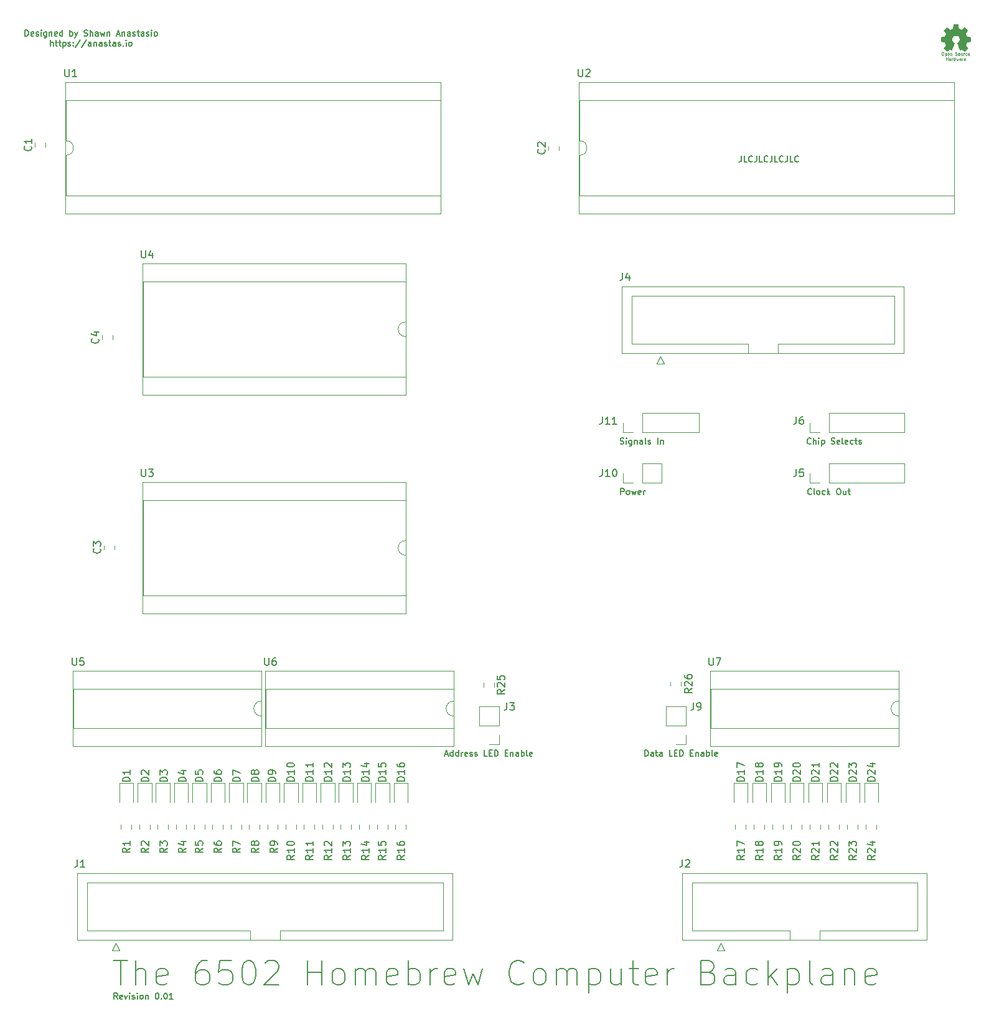
<source format=gbr>
G04 #@! TF.GenerationSoftware,KiCad,Pcbnew,(5.1.6)-1*
G04 #@! TF.CreationDate,2020-08-15T13:17:47-05:00*
G04 #@! TF.ProjectId,6502_homebrew_computer,36353032-5f68-46f6-9d65-627265775f63,0.01*
G04 #@! TF.SameCoordinates,Original*
G04 #@! TF.FileFunction,Legend,Top*
G04 #@! TF.FilePolarity,Positive*
%FSLAX46Y46*%
G04 Gerber Fmt 4.6, Leading zero omitted, Abs format (unit mm)*
G04 Created by KiCad (PCBNEW (5.1.6)-1) date 2020-08-15 13:17:47*
%MOMM*%
%LPD*%
G01*
G04 APERTURE LIST*
%ADD10C,0.152400*%
%ADD11C,0.101600*%
%ADD12C,0.002540*%
%ADD13C,0.120000*%
%ADD14C,0.150000*%
G04 APERTURE END LIST*
D10*
X125061638Y-45782895D02*
X125061638Y-46363466D01*
X125022933Y-46479580D01*
X124945523Y-46556990D01*
X124829409Y-46595695D01*
X124752000Y-46595695D01*
X125835733Y-46595695D02*
X125448685Y-46595695D01*
X125448685Y-45782895D01*
X126571123Y-46518285D02*
X126532419Y-46556990D01*
X126416304Y-46595695D01*
X126338895Y-46595695D01*
X126222780Y-46556990D01*
X126145371Y-46479580D01*
X126106666Y-46402171D01*
X126067961Y-46247352D01*
X126067961Y-46131238D01*
X126106666Y-45976419D01*
X126145371Y-45899009D01*
X126222780Y-45821600D01*
X126338895Y-45782895D01*
X126416304Y-45782895D01*
X126532419Y-45821600D01*
X126571123Y-45860304D01*
X127151695Y-45782895D02*
X127151695Y-46363466D01*
X127112990Y-46479580D01*
X127035580Y-46556990D01*
X126919466Y-46595695D01*
X126842057Y-46595695D01*
X127925790Y-46595695D02*
X127538742Y-46595695D01*
X127538742Y-45782895D01*
X128661180Y-46518285D02*
X128622476Y-46556990D01*
X128506361Y-46595695D01*
X128428952Y-46595695D01*
X128312838Y-46556990D01*
X128235428Y-46479580D01*
X128196723Y-46402171D01*
X128158019Y-46247352D01*
X128158019Y-46131238D01*
X128196723Y-45976419D01*
X128235428Y-45899009D01*
X128312838Y-45821600D01*
X128428952Y-45782895D01*
X128506361Y-45782895D01*
X128622476Y-45821600D01*
X128661180Y-45860304D01*
X129241752Y-45782895D02*
X129241752Y-46363466D01*
X129203047Y-46479580D01*
X129125638Y-46556990D01*
X129009523Y-46595695D01*
X128932114Y-46595695D01*
X130015847Y-46595695D02*
X129628800Y-46595695D01*
X129628800Y-45782895D01*
X130751238Y-46518285D02*
X130712533Y-46556990D01*
X130596419Y-46595695D01*
X130519009Y-46595695D01*
X130402895Y-46556990D01*
X130325485Y-46479580D01*
X130286780Y-46402171D01*
X130248076Y-46247352D01*
X130248076Y-46131238D01*
X130286780Y-45976419D01*
X130325485Y-45899009D01*
X130402895Y-45821600D01*
X130519009Y-45782895D01*
X130596419Y-45782895D01*
X130712533Y-45821600D01*
X130751238Y-45860304D01*
X131331809Y-45782895D02*
X131331809Y-46363466D01*
X131293104Y-46479580D01*
X131215695Y-46556990D01*
X131099580Y-46595695D01*
X131022171Y-46595695D01*
X132105904Y-46595695D02*
X131718857Y-46595695D01*
X131718857Y-45782895D01*
X132841295Y-46518285D02*
X132802590Y-46556990D01*
X132686476Y-46595695D01*
X132609066Y-46595695D01*
X132492952Y-46556990D01*
X132415542Y-46479580D01*
X132376838Y-46402171D01*
X132338133Y-46247352D01*
X132338133Y-46131238D01*
X132376838Y-45976419D01*
X132415542Y-45899009D01*
X132492952Y-45821600D01*
X132609066Y-45782895D01*
X132686476Y-45782895D01*
X132802590Y-45821600D01*
X132841295Y-45860304D01*
D11*
X152445257Y-31679847D02*
X152522666Y-31679847D01*
X152561371Y-31699200D01*
X152600076Y-31737904D01*
X152619428Y-31815314D01*
X152619428Y-31950780D01*
X152600076Y-32028190D01*
X152561371Y-32066895D01*
X152522666Y-32086247D01*
X152445257Y-32086247D01*
X152406552Y-32066895D01*
X152367847Y-32028190D01*
X152348495Y-31950780D01*
X152348495Y-31815314D01*
X152367847Y-31737904D01*
X152406552Y-31699200D01*
X152445257Y-31679847D01*
X152793600Y-31815314D02*
X152793600Y-32221714D01*
X152793600Y-31834666D02*
X152832304Y-31815314D01*
X152909714Y-31815314D01*
X152948419Y-31834666D01*
X152967771Y-31854019D01*
X152987123Y-31892723D01*
X152987123Y-32008838D01*
X152967771Y-32047542D01*
X152948419Y-32066895D01*
X152909714Y-32086247D01*
X152832304Y-32086247D01*
X152793600Y-32066895D01*
X153316114Y-32066895D02*
X153277409Y-32086247D01*
X153200000Y-32086247D01*
X153161295Y-32066895D01*
X153141942Y-32028190D01*
X153141942Y-31873371D01*
X153161295Y-31834666D01*
X153200000Y-31815314D01*
X153277409Y-31815314D01*
X153316114Y-31834666D01*
X153335466Y-31873371D01*
X153335466Y-31912076D01*
X153141942Y-31950780D01*
X153509638Y-31815314D02*
X153509638Y-32086247D01*
X153509638Y-31854019D02*
X153528990Y-31834666D01*
X153567695Y-31815314D01*
X153625752Y-31815314D01*
X153664457Y-31834666D01*
X153683809Y-31873371D01*
X153683809Y-32086247D01*
X154167619Y-32066895D02*
X154225676Y-32086247D01*
X154322438Y-32086247D01*
X154361142Y-32066895D01*
X154380495Y-32047542D01*
X154399847Y-32008838D01*
X154399847Y-31970133D01*
X154380495Y-31931428D01*
X154361142Y-31912076D01*
X154322438Y-31892723D01*
X154245028Y-31873371D01*
X154206323Y-31854019D01*
X154186971Y-31834666D01*
X154167619Y-31795961D01*
X154167619Y-31757257D01*
X154186971Y-31718552D01*
X154206323Y-31699200D01*
X154245028Y-31679847D01*
X154341790Y-31679847D01*
X154399847Y-31699200D01*
X154632076Y-32086247D02*
X154593371Y-32066895D01*
X154574019Y-32047542D01*
X154554666Y-32008838D01*
X154554666Y-31892723D01*
X154574019Y-31854019D01*
X154593371Y-31834666D01*
X154632076Y-31815314D01*
X154690133Y-31815314D01*
X154728838Y-31834666D01*
X154748190Y-31854019D01*
X154767542Y-31892723D01*
X154767542Y-32008838D01*
X154748190Y-32047542D01*
X154728838Y-32066895D01*
X154690133Y-32086247D01*
X154632076Y-32086247D01*
X155115885Y-31815314D02*
X155115885Y-32086247D01*
X154941714Y-31815314D02*
X154941714Y-32028190D01*
X154961066Y-32066895D01*
X154999771Y-32086247D01*
X155057828Y-32086247D01*
X155096533Y-32066895D01*
X155115885Y-32047542D01*
X155309409Y-32086247D02*
X155309409Y-31815314D01*
X155309409Y-31892723D02*
X155328761Y-31854019D01*
X155348114Y-31834666D01*
X155386819Y-31815314D01*
X155425523Y-31815314D01*
X155735161Y-32066895D02*
X155696457Y-32086247D01*
X155619047Y-32086247D01*
X155580342Y-32066895D01*
X155560990Y-32047542D01*
X155541638Y-32008838D01*
X155541638Y-31892723D01*
X155560990Y-31854019D01*
X155580342Y-31834666D01*
X155619047Y-31815314D01*
X155696457Y-31815314D01*
X155735161Y-31834666D01*
X156064152Y-32066895D02*
X156025447Y-32086247D01*
X155948038Y-32086247D01*
X155909333Y-32066895D01*
X155889980Y-32028190D01*
X155889980Y-31873371D01*
X155909333Y-31834666D01*
X155948038Y-31815314D01*
X156025447Y-31815314D01*
X156064152Y-31834666D01*
X156083504Y-31873371D01*
X156083504Y-31912076D01*
X155889980Y-31950780D01*
X152909714Y-32797447D02*
X152909714Y-32391047D01*
X152909714Y-32584571D02*
X153141942Y-32584571D01*
X153141942Y-32797447D02*
X153141942Y-32391047D01*
X153509638Y-32797447D02*
X153509638Y-32584571D01*
X153490285Y-32545866D01*
X153451580Y-32526514D01*
X153374171Y-32526514D01*
X153335466Y-32545866D01*
X153509638Y-32778095D02*
X153470933Y-32797447D01*
X153374171Y-32797447D01*
X153335466Y-32778095D01*
X153316114Y-32739390D01*
X153316114Y-32700685D01*
X153335466Y-32661980D01*
X153374171Y-32642628D01*
X153470933Y-32642628D01*
X153509638Y-32623276D01*
X153703161Y-32797447D02*
X153703161Y-32526514D01*
X153703161Y-32603923D02*
X153722514Y-32565219D01*
X153741866Y-32545866D01*
X153780571Y-32526514D01*
X153819276Y-32526514D01*
X154128914Y-32797447D02*
X154128914Y-32391047D01*
X154128914Y-32778095D02*
X154090209Y-32797447D01*
X154012800Y-32797447D01*
X153974095Y-32778095D01*
X153954742Y-32758742D01*
X153935390Y-32720038D01*
X153935390Y-32603923D01*
X153954742Y-32565219D01*
X153974095Y-32545866D01*
X154012800Y-32526514D01*
X154090209Y-32526514D01*
X154128914Y-32545866D01*
X154283733Y-32526514D02*
X154361142Y-32797447D01*
X154438552Y-32603923D01*
X154515961Y-32797447D01*
X154593371Y-32526514D01*
X154922361Y-32797447D02*
X154922361Y-32584571D01*
X154903009Y-32545866D01*
X154864304Y-32526514D01*
X154786895Y-32526514D01*
X154748190Y-32545866D01*
X154922361Y-32778095D02*
X154883657Y-32797447D01*
X154786895Y-32797447D01*
X154748190Y-32778095D01*
X154728838Y-32739390D01*
X154728838Y-32700685D01*
X154748190Y-32661980D01*
X154786895Y-32642628D01*
X154883657Y-32642628D01*
X154922361Y-32623276D01*
X155115885Y-32797447D02*
X155115885Y-32526514D01*
X155115885Y-32603923D02*
X155135238Y-32565219D01*
X155154590Y-32545866D01*
X155193295Y-32526514D01*
X155232000Y-32526514D01*
X155522285Y-32778095D02*
X155483580Y-32797447D01*
X155406171Y-32797447D01*
X155367466Y-32778095D01*
X155348114Y-32739390D01*
X155348114Y-32584571D01*
X155367466Y-32545866D01*
X155406171Y-32526514D01*
X155483580Y-32526514D01*
X155522285Y-32545866D01*
X155541638Y-32584571D01*
X155541638Y-32623276D01*
X155348114Y-32661980D01*
D10*
X134512857Y-84872285D02*
X134474152Y-84910990D01*
X134358038Y-84949695D01*
X134280628Y-84949695D01*
X134164514Y-84910990D01*
X134087104Y-84833580D01*
X134048400Y-84756171D01*
X134009695Y-84601352D01*
X134009695Y-84485238D01*
X134048400Y-84330419D01*
X134087104Y-84253009D01*
X134164514Y-84175600D01*
X134280628Y-84136895D01*
X134358038Y-84136895D01*
X134474152Y-84175600D01*
X134512857Y-84214304D01*
X134861200Y-84949695D02*
X134861200Y-84136895D01*
X135209542Y-84949695D02*
X135209542Y-84523942D01*
X135170838Y-84446533D01*
X135093428Y-84407828D01*
X134977314Y-84407828D01*
X134899904Y-84446533D01*
X134861200Y-84485238D01*
X135596590Y-84949695D02*
X135596590Y-84407828D01*
X135596590Y-84136895D02*
X135557885Y-84175600D01*
X135596590Y-84214304D01*
X135635295Y-84175600D01*
X135596590Y-84136895D01*
X135596590Y-84214304D01*
X135983638Y-84407828D02*
X135983638Y-85220628D01*
X135983638Y-84446533D02*
X136061047Y-84407828D01*
X136215866Y-84407828D01*
X136293276Y-84446533D01*
X136331980Y-84485238D01*
X136370685Y-84562647D01*
X136370685Y-84794876D01*
X136331980Y-84872285D01*
X136293276Y-84910990D01*
X136215866Y-84949695D01*
X136061047Y-84949695D01*
X135983638Y-84910990D01*
X137299600Y-84910990D02*
X137415714Y-84949695D01*
X137609238Y-84949695D01*
X137686647Y-84910990D01*
X137725352Y-84872285D01*
X137764057Y-84794876D01*
X137764057Y-84717466D01*
X137725352Y-84640057D01*
X137686647Y-84601352D01*
X137609238Y-84562647D01*
X137454419Y-84523942D01*
X137377009Y-84485238D01*
X137338304Y-84446533D01*
X137299600Y-84369123D01*
X137299600Y-84291714D01*
X137338304Y-84214304D01*
X137377009Y-84175600D01*
X137454419Y-84136895D01*
X137647942Y-84136895D01*
X137764057Y-84175600D01*
X138422038Y-84910990D02*
X138344628Y-84949695D01*
X138189809Y-84949695D01*
X138112400Y-84910990D01*
X138073695Y-84833580D01*
X138073695Y-84523942D01*
X138112400Y-84446533D01*
X138189809Y-84407828D01*
X138344628Y-84407828D01*
X138422038Y-84446533D01*
X138460742Y-84523942D01*
X138460742Y-84601352D01*
X138073695Y-84678761D01*
X138925200Y-84949695D02*
X138847790Y-84910990D01*
X138809085Y-84833580D01*
X138809085Y-84136895D01*
X139544476Y-84910990D02*
X139467066Y-84949695D01*
X139312247Y-84949695D01*
X139234838Y-84910990D01*
X139196133Y-84833580D01*
X139196133Y-84523942D01*
X139234838Y-84446533D01*
X139312247Y-84407828D01*
X139467066Y-84407828D01*
X139544476Y-84446533D01*
X139583180Y-84523942D01*
X139583180Y-84601352D01*
X139196133Y-84678761D01*
X140279866Y-84910990D02*
X140202457Y-84949695D01*
X140047638Y-84949695D01*
X139970228Y-84910990D01*
X139931523Y-84872285D01*
X139892819Y-84794876D01*
X139892819Y-84562647D01*
X139931523Y-84485238D01*
X139970228Y-84446533D01*
X140047638Y-84407828D01*
X140202457Y-84407828D01*
X140279866Y-84446533D01*
X140512095Y-84407828D02*
X140821733Y-84407828D01*
X140628209Y-84136895D02*
X140628209Y-84833580D01*
X140666914Y-84910990D01*
X140744323Y-84949695D01*
X140821733Y-84949695D01*
X141053961Y-84910990D02*
X141131371Y-84949695D01*
X141286190Y-84949695D01*
X141363600Y-84910990D01*
X141402304Y-84833580D01*
X141402304Y-84794876D01*
X141363600Y-84717466D01*
X141286190Y-84678761D01*
X141170076Y-84678761D01*
X141092666Y-84640057D01*
X141053961Y-84562647D01*
X141053961Y-84523942D01*
X141092666Y-84446533D01*
X141170076Y-84407828D01*
X141286190Y-84407828D01*
X141363600Y-84446533D01*
X108602438Y-84910990D02*
X108718552Y-84949695D01*
X108912076Y-84949695D01*
X108989485Y-84910990D01*
X109028190Y-84872285D01*
X109066895Y-84794876D01*
X109066895Y-84717466D01*
X109028190Y-84640057D01*
X108989485Y-84601352D01*
X108912076Y-84562647D01*
X108757257Y-84523942D01*
X108679847Y-84485238D01*
X108641142Y-84446533D01*
X108602438Y-84369123D01*
X108602438Y-84291714D01*
X108641142Y-84214304D01*
X108679847Y-84175600D01*
X108757257Y-84136895D01*
X108950780Y-84136895D01*
X109066895Y-84175600D01*
X109415238Y-84949695D02*
X109415238Y-84407828D01*
X109415238Y-84136895D02*
X109376533Y-84175600D01*
X109415238Y-84214304D01*
X109453942Y-84175600D01*
X109415238Y-84136895D01*
X109415238Y-84214304D01*
X110150628Y-84407828D02*
X110150628Y-85065809D01*
X110111923Y-85143219D01*
X110073219Y-85181923D01*
X109995809Y-85220628D01*
X109879695Y-85220628D01*
X109802285Y-85181923D01*
X110150628Y-84910990D02*
X110073219Y-84949695D01*
X109918400Y-84949695D01*
X109840990Y-84910990D01*
X109802285Y-84872285D01*
X109763580Y-84794876D01*
X109763580Y-84562647D01*
X109802285Y-84485238D01*
X109840990Y-84446533D01*
X109918400Y-84407828D01*
X110073219Y-84407828D01*
X110150628Y-84446533D01*
X110537676Y-84407828D02*
X110537676Y-84949695D01*
X110537676Y-84485238D02*
X110576380Y-84446533D01*
X110653790Y-84407828D01*
X110769904Y-84407828D01*
X110847314Y-84446533D01*
X110886019Y-84523942D01*
X110886019Y-84949695D01*
X111621409Y-84949695D02*
X111621409Y-84523942D01*
X111582704Y-84446533D01*
X111505295Y-84407828D01*
X111350476Y-84407828D01*
X111273066Y-84446533D01*
X111621409Y-84910990D02*
X111544000Y-84949695D01*
X111350476Y-84949695D01*
X111273066Y-84910990D01*
X111234361Y-84833580D01*
X111234361Y-84756171D01*
X111273066Y-84678761D01*
X111350476Y-84640057D01*
X111544000Y-84640057D01*
X111621409Y-84601352D01*
X112124571Y-84949695D02*
X112047161Y-84910990D01*
X112008457Y-84833580D01*
X112008457Y-84136895D01*
X112395504Y-84910990D02*
X112472914Y-84949695D01*
X112627733Y-84949695D01*
X112705142Y-84910990D01*
X112743847Y-84833580D01*
X112743847Y-84794876D01*
X112705142Y-84717466D01*
X112627733Y-84678761D01*
X112511619Y-84678761D01*
X112434209Y-84640057D01*
X112395504Y-84562647D01*
X112395504Y-84523942D01*
X112434209Y-84446533D01*
X112511619Y-84407828D01*
X112627733Y-84407828D01*
X112705142Y-84446533D01*
X113711466Y-84949695D02*
X113711466Y-84136895D01*
X114098514Y-84407828D02*
X114098514Y-84949695D01*
X114098514Y-84485238D02*
X114137219Y-84446533D01*
X114214628Y-84407828D01*
X114330742Y-84407828D01*
X114408152Y-84446533D01*
X114446857Y-84523942D01*
X114446857Y-84949695D01*
X134602361Y-91730285D02*
X134563657Y-91768990D01*
X134447542Y-91807695D01*
X134370133Y-91807695D01*
X134254019Y-91768990D01*
X134176609Y-91691580D01*
X134137904Y-91614171D01*
X134099200Y-91459352D01*
X134099200Y-91343238D01*
X134137904Y-91188419D01*
X134176609Y-91111009D01*
X134254019Y-91033600D01*
X134370133Y-90994895D01*
X134447542Y-90994895D01*
X134563657Y-91033600D01*
X134602361Y-91072304D01*
X135066819Y-91807695D02*
X134989409Y-91768990D01*
X134950704Y-91691580D01*
X134950704Y-90994895D01*
X135492571Y-91807695D02*
X135415161Y-91768990D01*
X135376457Y-91730285D01*
X135337752Y-91652876D01*
X135337752Y-91420647D01*
X135376457Y-91343238D01*
X135415161Y-91304533D01*
X135492571Y-91265828D01*
X135608685Y-91265828D01*
X135686095Y-91304533D01*
X135724800Y-91343238D01*
X135763504Y-91420647D01*
X135763504Y-91652876D01*
X135724800Y-91730285D01*
X135686095Y-91768990D01*
X135608685Y-91807695D01*
X135492571Y-91807695D01*
X136460190Y-91768990D02*
X136382780Y-91807695D01*
X136227961Y-91807695D01*
X136150552Y-91768990D01*
X136111847Y-91730285D01*
X136073142Y-91652876D01*
X136073142Y-91420647D01*
X136111847Y-91343238D01*
X136150552Y-91304533D01*
X136227961Y-91265828D01*
X136382780Y-91265828D01*
X136460190Y-91304533D01*
X136808533Y-91807695D02*
X136808533Y-90994895D01*
X136885942Y-91498057D02*
X137118171Y-91807695D01*
X137118171Y-91265828D02*
X136808533Y-91575466D01*
X138240609Y-90994895D02*
X138395428Y-90994895D01*
X138472838Y-91033600D01*
X138550247Y-91111009D01*
X138588952Y-91265828D01*
X138588952Y-91536761D01*
X138550247Y-91691580D01*
X138472838Y-91768990D01*
X138395428Y-91807695D01*
X138240609Y-91807695D01*
X138163200Y-91768990D01*
X138085790Y-91691580D01*
X138047085Y-91536761D01*
X138047085Y-91265828D01*
X138085790Y-91111009D01*
X138163200Y-91033600D01*
X138240609Y-90994895D01*
X139285638Y-91265828D02*
X139285638Y-91807695D01*
X138937295Y-91265828D02*
X138937295Y-91691580D01*
X138976000Y-91768990D01*
X139053409Y-91807695D01*
X139169523Y-91807695D01*
X139246933Y-91768990D01*
X139285638Y-91730285D01*
X139556571Y-91265828D02*
X139866209Y-91265828D01*
X139672685Y-90994895D02*
X139672685Y-91691580D01*
X139711390Y-91768990D01*
X139788800Y-91807695D01*
X139866209Y-91807695D01*
X108667752Y-91807695D02*
X108667752Y-90994895D01*
X108977390Y-90994895D01*
X109054800Y-91033600D01*
X109093504Y-91072304D01*
X109132209Y-91149714D01*
X109132209Y-91265828D01*
X109093504Y-91343238D01*
X109054800Y-91381942D01*
X108977390Y-91420647D01*
X108667752Y-91420647D01*
X109596666Y-91807695D02*
X109519257Y-91768990D01*
X109480552Y-91730285D01*
X109441847Y-91652876D01*
X109441847Y-91420647D01*
X109480552Y-91343238D01*
X109519257Y-91304533D01*
X109596666Y-91265828D01*
X109712780Y-91265828D01*
X109790190Y-91304533D01*
X109828895Y-91343238D01*
X109867600Y-91420647D01*
X109867600Y-91652876D01*
X109828895Y-91730285D01*
X109790190Y-91768990D01*
X109712780Y-91807695D01*
X109596666Y-91807695D01*
X110138533Y-91265828D02*
X110293352Y-91807695D01*
X110448171Y-91420647D01*
X110602990Y-91807695D01*
X110757809Y-91265828D01*
X111377085Y-91768990D02*
X111299676Y-91807695D01*
X111144857Y-91807695D01*
X111067447Y-91768990D01*
X111028742Y-91691580D01*
X111028742Y-91381942D01*
X111067447Y-91304533D01*
X111144857Y-91265828D01*
X111299676Y-91265828D01*
X111377085Y-91304533D01*
X111415790Y-91381942D01*
X111415790Y-91459352D01*
X111028742Y-91536761D01*
X111764133Y-91807695D02*
X111764133Y-91265828D01*
X111764133Y-91420647D02*
X111802838Y-91343238D01*
X111841542Y-91304533D01*
X111918952Y-91265828D01*
X111996361Y-91265828D01*
X40203866Y-160387695D02*
X39932933Y-160000647D01*
X39739409Y-160387695D02*
X39739409Y-159574895D01*
X40049047Y-159574895D01*
X40126457Y-159613600D01*
X40165161Y-159652304D01*
X40203866Y-159729714D01*
X40203866Y-159845828D01*
X40165161Y-159923238D01*
X40126457Y-159961942D01*
X40049047Y-160000647D01*
X39739409Y-160000647D01*
X40861847Y-160348990D02*
X40784438Y-160387695D01*
X40629619Y-160387695D01*
X40552209Y-160348990D01*
X40513504Y-160271580D01*
X40513504Y-159961942D01*
X40552209Y-159884533D01*
X40629619Y-159845828D01*
X40784438Y-159845828D01*
X40861847Y-159884533D01*
X40900552Y-159961942D01*
X40900552Y-160039352D01*
X40513504Y-160116761D01*
X41171485Y-159845828D02*
X41365009Y-160387695D01*
X41558533Y-159845828D01*
X41868171Y-160387695D02*
X41868171Y-159845828D01*
X41868171Y-159574895D02*
X41829466Y-159613600D01*
X41868171Y-159652304D01*
X41906876Y-159613600D01*
X41868171Y-159574895D01*
X41868171Y-159652304D01*
X42216514Y-160348990D02*
X42293923Y-160387695D01*
X42448742Y-160387695D01*
X42526152Y-160348990D01*
X42564857Y-160271580D01*
X42564857Y-160232876D01*
X42526152Y-160155466D01*
X42448742Y-160116761D01*
X42332628Y-160116761D01*
X42255219Y-160078057D01*
X42216514Y-160000647D01*
X42216514Y-159961942D01*
X42255219Y-159884533D01*
X42332628Y-159845828D01*
X42448742Y-159845828D01*
X42526152Y-159884533D01*
X42913200Y-160387695D02*
X42913200Y-159845828D01*
X42913200Y-159574895D02*
X42874495Y-159613600D01*
X42913200Y-159652304D01*
X42951904Y-159613600D01*
X42913200Y-159574895D01*
X42913200Y-159652304D01*
X43416361Y-160387695D02*
X43338952Y-160348990D01*
X43300247Y-160310285D01*
X43261542Y-160232876D01*
X43261542Y-160000647D01*
X43300247Y-159923238D01*
X43338952Y-159884533D01*
X43416361Y-159845828D01*
X43532476Y-159845828D01*
X43609885Y-159884533D01*
X43648590Y-159923238D01*
X43687295Y-160000647D01*
X43687295Y-160232876D01*
X43648590Y-160310285D01*
X43609885Y-160348990D01*
X43532476Y-160387695D01*
X43416361Y-160387695D01*
X44035638Y-159845828D02*
X44035638Y-160387695D01*
X44035638Y-159923238D02*
X44074342Y-159884533D01*
X44151752Y-159845828D01*
X44267866Y-159845828D01*
X44345276Y-159884533D01*
X44383980Y-159961942D01*
X44383980Y-160387695D01*
X45545123Y-159574895D02*
X45622533Y-159574895D01*
X45699942Y-159613600D01*
X45738647Y-159652304D01*
X45777352Y-159729714D01*
X45816057Y-159884533D01*
X45816057Y-160078057D01*
X45777352Y-160232876D01*
X45738647Y-160310285D01*
X45699942Y-160348990D01*
X45622533Y-160387695D01*
X45545123Y-160387695D01*
X45467714Y-160348990D01*
X45429009Y-160310285D01*
X45390304Y-160232876D01*
X45351600Y-160078057D01*
X45351600Y-159884533D01*
X45390304Y-159729714D01*
X45429009Y-159652304D01*
X45467714Y-159613600D01*
X45545123Y-159574895D01*
X46164400Y-160310285D02*
X46203104Y-160348990D01*
X46164400Y-160387695D01*
X46125695Y-160348990D01*
X46164400Y-160310285D01*
X46164400Y-160387695D01*
X46706266Y-159574895D02*
X46783676Y-159574895D01*
X46861085Y-159613600D01*
X46899790Y-159652304D01*
X46938495Y-159729714D01*
X46977200Y-159884533D01*
X46977200Y-160078057D01*
X46938495Y-160232876D01*
X46899790Y-160310285D01*
X46861085Y-160348990D01*
X46783676Y-160387695D01*
X46706266Y-160387695D01*
X46628857Y-160348990D01*
X46590152Y-160310285D01*
X46551447Y-160232876D01*
X46512742Y-160078057D01*
X46512742Y-159884533D01*
X46551447Y-159729714D01*
X46590152Y-159652304D01*
X46628857Y-159613600D01*
X46706266Y-159574895D01*
X47751295Y-160387695D02*
X47286838Y-160387695D01*
X47519066Y-160387695D02*
X47519066Y-159574895D01*
X47441657Y-159691009D01*
X47364247Y-159768419D01*
X47286838Y-159807123D01*
X27653847Y-29476095D02*
X27653847Y-28663295D01*
X27847371Y-28663295D01*
X27963485Y-28702000D01*
X28040895Y-28779409D01*
X28079599Y-28856819D01*
X28118304Y-29011638D01*
X28118304Y-29127752D01*
X28079599Y-29282571D01*
X28040895Y-29359980D01*
X27963485Y-29437390D01*
X27847371Y-29476095D01*
X27653847Y-29476095D01*
X28776285Y-29437390D02*
X28698876Y-29476095D01*
X28544057Y-29476095D01*
X28466647Y-29437390D01*
X28427942Y-29359980D01*
X28427942Y-29050342D01*
X28466647Y-28972933D01*
X28544057Y-28934228D01*
X28698876Y-28934228D01*
X28776285Y-28972933D01*
X28814990Y-29050342D01*
X28814990Y-29127752D01*
X28427942Y-29205161D01*
X29124628Y-29437390D02*
X29202038Y-29476095D01*
X29356857Y-29476095D01*
X29434266Y-29437390D01*
X29472971Y-29359980D01*
X29472971Y-29321276D01*
X29434266Y-29243866D01*
X29356857Y-29205161D01*
X29240742Y-29205161D01*
X29163333Y-29166457D01*
X29124628Y-29089047D01*
X29124628Y-29050342D01*
X29163333Y-28972933D01*
X29240742Y-28934228D01*
X29356857Y-28934228D01*
X29434266Y-28972933D01*
X29821314Y-29476095D02*
X29821314Y-28934228D01*
X29821314Y-28663295D02*
X29782609Y-28702000D01*
X29821314Y-28740704D01*
X29860019Y-28702000D01*
X29821314Y-28663295D01*
X29821314Y-28740704D01*
X30556704Y-28934228D02*
X30556704Y-29592209D01*
X30517999Y-29669619D01*
X30479295Y-29708323D01*
X30401885Y-29747028D01*
X30285771Y-29747028D01*
X30208361Y-29708323D01*
X30556704Y-29437390D02*
X30479295Y-29476095D01*
X30324476Y-29476095D01*
X30247066Y-29437390D01*
X30208361Y-29398685D01*
X30169657Y-29321276D01*
X30169657Y-29089047D01*
X30208361Y-29011638D01*
X30247066Y-28972933D01*
X30324476Y-28934228D01*
X30479295Y-28934228D01*
X30556704Y-28972933D01*
X30943752Y-28934228D02*
X30943752Y-29476095D01*
X30943752Y-29011638D02*
X30982457Y-28972933D01*
X31059866Y-28934228D01*
X31175980Y-28934228D01*
X31253390Y-28972933D01*
X31292095Y-29050342D01*
X31292095Y-29476095D01*
X31988780Y-29437390D02*
X31911371Y-29476095D01*
X31756552Y-29476095D01*
X31679142Y-29437390D01*
X31640438Y-29359980D01*
X31640438Y-29050342D01*
X31679142Y-28972933D01*
X31756552Y-28934228D01*
X31911371Y-28934228D01*
X31988780Y-28972933D01*
X32027485Y-29050342D01*
X32027485Y-29127752D01*
X31640438Y-29205161D01*
X32724171Y-29476095D02*
X32724171Y-28663295D01*
X32724171Y-29437390D02*
X32646761Y-29476095D01*
X32491942Y-29476095D01*
X32414533Y-29437390D01*
X32375828Y-29398685D01*
X32337123Y-29321276D01*
X32337123Y-29089047D01*
X32375828Y-29011638D01*
X32414533Y-28972933D01*
X32491942Y-28934228D01*
X32646761Y-28934228D01*
X32724171Y-28972933D01*
X33730495Y-29476095D02*
X33730495Y-28663295D01*
X33730495Y-28972933D02*
X33807904Y-28934228D01*
X33962723Y-28934228D01*
X34040133Y-28972933D01*
X34078838Y-29011638D01*
X34117542Y-29089047D01*
X34117542Y-29321276D01*
X34078838Y-29398685D01*
X34040133Y-29437390D01*
X33962723Y-29476095D01*
X33807904Y-29476095D01*
X33730495Y-29437390D01*
X34388476Y-28934228D02*
X34581999Y-29476095D01*
X34775523Y-28934228D02*
X34581999Y-29476095D01*
X34504590Y-29669619D01*
X34465885Y-29708323D01*
X34388476Y-29747028D01*
X35665733Y-29437390D02*
X35781847Y-29476095D01*
X35975371Y-29476095D01*
X36052780Y-29437390D01*
X36091485Y-29398685D01*
X36130190Y-29321276D01*
X36130190Y-29243866D01*
X36091485Y-29166457D01*
X36052780Y-29127752D01*
X35975371Y-29089047D01*
X35820552Y-29050342D01*
X35743142Y-29011638D01*
X35704438Y-28972933D01*
X35665733Y-28895523D01*
X35665733Y-28818114D01*
X35704438Y-28740704D01*
X35743142Y-28702000D01*
X35820552Y-28663295D01*
X36014076Y-28663295D01*
X36130190Y-28702000D01*
X36478533Y-29476095D02*
X36478533Y-28663295D01*
X36826876Y-29476095D02*
X36826876Y-29050342D01*
X36788171Y-28972933D01*
X36710761Y-28934228D01*
X36594647Y-28934228D01*
X36517238Y-28972933D01*
X36478533Y-29011638D01*
X37562266Y-29476095D02*
X37562266Y-29050342D01*
X37523561Y-28972933D01*
X37446152Y-28934228D01*
X37291333Y-28934228D01*
X37213923Y-28972933D01*
X37562266Y-29437390D02*
X37484857Y-29476095D01*
X37291333Y-29476095D01*
X37213923Y-29437390D01*
X37175219Y-29359980D01*
X37175219Y-29282571D01*
X37213923Y-29205161D01*
X37291333Y-29166457D01*
X37484857Y-29166457D01*
X37562266Y-29127752D01*
X37871904Y-28934228D02*
X38026723Y-29476095D01*
X38181542Y-29089047D01*
X38336361Y-29476095D01*
X38491180Y-28934228D01*
X38800819Y-28934228D02*
X38800819Y-29476095D01*
X38800819Y-29011638D02*
X38839523Y-28972933D01*
X38916933Y-28934228D01*
X39033047Y-28934228D01*
X39110457Y-28972933D01*
X39149161Y-29050342D01*
X39149161Y-29476095D01*
X40116780Y-29243866D02*
X40503828Y-29243866D01*
X40039371Y-29476095D02*
X40310304Y-28663295D01*
X40581238Y-29476095D01*
X40852171Y-28934228D02*
X40852171Y-29476095D01*
X40852171Y-29011638D02*
X40890876Y-28972933D01*
X40968285Y-28934228D01*
X41084399Y-28934228D01*
X41161809Y-28972933D01*
X41200514Y-29050342D01*
X41200514Y-29476095D01*
X41935904Y-29476095D02*
X41935904Y-29050342D01*
X41897199Y-28972933D01*
X41819790Y-28934228D01*
X41664971Y-28934228D01*
X41587561Y-28972933D01*
X41935904Y-29437390D02*
X41858495Y-29476095D01*
X41664971Y-29476095D01*
X41587561Y-29437390D01*
X41548857Y-29359980D01*
X41548857Y-29282571D01*
X41587561Y-29205161D01*
X41664971Y-29166457D01*
X41858495Y-29166457D01*
X41935904Y-29127752D01*
X42284247Y-29437390D02*
X42361657Y-29476095D01*
X42516476Y-29476095D01*
X42593885Y-29437390D01*
X42632590Y-29359980D01*
X42632590Y-29321276D01*
X42593885Y-29243866D01*
X42516476Y-29205161D01*
X42400361Y-29205161D01*
X42322952Y-29166457D01*
X42284247Y-29089047D01*
X42284247Y-29050342D01*
X42322952Y-28972933D01*
X42400361Y-28934228D01*
X42516476Y-28934228D01*
X42593885Y-28972933D01*
X42864819Y-28934228D02*
X43174457Y-28934228D01*
X42980933Y-28663295D02*
X42980933Y-29359980D01*
X43019638Y-29437390D01*
X43097047Y-29476095D01*
X43174457Y-29476095D01*
X43793733Y-29476095D02*
X43793733Y-29050342D01*
X43755028Y-28972933D01*
X43677619Y-28934228D01*
X43522799Y-28934228D01*
X43445390Y-28972933D01*
X43793733Y-29437390D02*
X43716323Y-29476095D01*
X43522799Y-29476095D01*
X43445390Y-29437390D01*
X43406685Y-29359980D01*
X43406685Y-29282571D01*
X43445390Y-29205161D01*
X43522799Y-29166457D01*
X43716323Y-29166457D01*
X43793733Y-29127752D01*
X44142076Y-29437390D02*
X44219485Y-29476095D01*
X44374304Y-29476095D01*
X44451714Y-29437390D01*
X44490419Y-29359980D01*
X44490419Y-29321276D01*
X44451714Y-29243866D01*
X44374304Y-29205161D01*
X44258190Y-29205161D01*
X44180780Y-29166457D01*
X44142076Y-29089047D01*
X44142076Y-29050342D01*
X44180780Y-28972933D01*
X44258190Y-28934228D01*
X44374304Y-28934228D01*
X44451714Y-28972933D01*
X44838761Y-29476095D02*
X44838761Y-28934228D01*
X44838761Y-28663295D02*
X44800057Y-28702000D01*
X44838761Y-28740704D01*
X44877466Y-28702000D01*
X44838761Y-28663295D01*
X44838761Y-28740704D01*
X45341923Y-29476095D02*
X45264514Y-29437390D01*
X45225809Y-29398685D01*
X45187104Y-29321276D01*
X45187104Y-29089047D01*
X45225809Y-29011638D01*
X45264514Y-28972933D01*
X45341923Y-28934228D01*
X45458038Y-28934228D01*
X45535447Y-28972933D01*
X45574152Y-29011638D01*
X45612857Y-29089047D01*
X45612857Y-29321276D01*
X45574152Y-29398685D01*
X45535447Y-29437390D01*
X45458038Y-29476095D01*
X45341923Y-29476095D01*
X31117923Y-30847695D02*
X31117923Y-30034895D01*
X31466266Y-30847695D02*
X31466266Y-30421942D01*
X31427561Y-30344533D01*
X31350152Y-30305828D01*
X31234038Y-30305828D01*
X31156628Y-30344533D01*
X31117923Y-30383238D01*
X31737200Y-30305828D02*
X32046838Y-30305828D01*
X31853314Y-30034895D02*
X31853314Y-30731580D01*
X31892019Y-30808990D01*
X31969428Y-30847695D01*
X32046838Y-30847695D01*
X32201657Y-30305828D02*
X32511295Y-30305828D01*
X32317771Y-30034895D02*
X32317771Y-30731580D01*
X32356476Y-30808990D01*
X32433885Y-30847695D01*
X32511295Y-30847695D01*
X32782228Y-30305828D02*
X32782228Y-31118628D01*
X32782228Y-30344533D02*
X32859638Y-30305828D01*
X33014457Y-30305828D01*
X33091866Y-30344533D01*
X33130571Y-30383238D01*
X33169276Y-30460647D01*
X33169276Y-30692876D01*
X33130571Y-30770285D01*
X33091866Y-30808990D01*
X33014457Y-30847695D01*
X32859638Y-30847695D01*
X32782228Y-30808990D01*
X33478914Y-30808990D02*
X33556323Y-30847695D01*
X33711142Y-30847695D01*
X33788552Y-30808990D01*
X33827257Y-30731580D01*
X33827257Y-30692876D01*
X33788552Y-30615466D01*
X33711142Y-30576761D01*
X33595028Y-30576761D01*
X33517619Y-30538057D01*
X33478914Y-30460647D01*
X33478914Y-30421942D01*
X33517619Y-30344533D01*
X33595028Y-30305828D01*
X33711142Y-30305828D01*
X33788552Y-30344533D01*
X34175600Y-30770285D02*
X34214304Y-30808990D01*
X34175600Y-30847695D01*
X34136895Y-30808990D01*
X34175600Y-30770285D01*
X34175600Y-30847695D01*
X34175600Y-30344533D02*
X34214304Y-30383238D01*
X34175600Y-30421942D01*
X34136895Y-30383238D01*
X34175600Y-30344533D01*
X34175600Y-30421942D01*
X35143219Y-29996190D02*
X34446533Y-31041219D01*
X35994723Y-29996190D02*
X35298038Y-31041219D01*
X36614000Y-30847695D02*
X36614000Y-30421942D01*
X36575295Y-30344533D01*
X36497885Y-30305828D01*
X36343066Y-30305828D01*
X36265657Y-30344533D01*
X36614000Y-30808990D02*
X36536590Y-30847695D01*
X36343066Y-30847695D01*
X36265657Y-30808990D01*
X36226952Y-30731580D01*
X36226952Y-30654171D01*
X36265657Y-30576761D01*
X36343066Y-30538057D01*
X36536590Y-30538057D01*
X36614000Y-30499352D01*
X37001047Y-30305828D02*
X37001047Y-30847695D01*
X37001047Y-30383238D02*
X37039752Y-30344533D01*
X37117161Y-30305828D01*
X37233276Y-30305828D01*
X37310685Y-30344533D01*
X37349390Y-30421942D01*
X37349390Y-30847695D01*
X38084780Y-30847695D02*
X38084780Y-30421942D01*
X38046076Y-30344533D01*
X37968666Y-30305828D01*
X37813847Y-30305828D01*
X37736438Y-30344533D01*
X38084780Y-30808990D02*
X38007371Y-30847695D01*
X37813847Y-30847695D01*
X37736438Y-30808990D01*
X37697733Y-30731580D01*
X37697733Y-30654171D01*
X37736438Y-30576761D01*
X37813847Y-30538057D01*
X38007371Y-30538057D01*
X38084780Y-30499352D01*
X38433123Y-30808990D02*
X38510533Y-30847695D01*
X38665352Y-30847695D01*
X38742761Y-30808990D01*
X38781466Y-30731580D01*
X38781466Y-30692876D01*
X38742761Y-30615466D01*
X38665352Y-30576761D01*
X38549238Y-30576761D01*
X38471828Y-30538057D01*
X38433123Y-30460647D01*
X38433123Y-30421942D01*
X38471828Y-30344533D01*
X38549238Y-30305828D01*
X38665352Y-30305828D01*
X38742761Y-30344533D01*
X39013695Y-30305828D02*
X39323333Y-30305828D01*
X39129809Y-30034895D02*
X39129809Y-30731580D01*
X39168514Y-30808990D01*
X39245923Y-30847695D01*
X39323333Y-30847695D01*
X39942609Y-30847695D02*
X39942609Y-30421942D01*
X39903904Y-30344533D01*
X39826495Y-30305828D01*
X39671676Y-30305828D01*
X39594266Y-30344533D01*
X39942609Y-30808990D02*
X39865200Y-30847695D01*
X39671676Y-30847695D01*
X39594266Y-30808990D01*
X39555561Y-30731580D01*
X39555561Y-30654171D01*
X39594266Y-30576761D01*
X39671676Y-30538057D01*
X39865200Y-30538057D01*
X39942609Y-30499352D01*
X40290952Y-30808990D02*
X40368361Y-30847695D01*
X40523180Y-30847695D01*
X40600590Y-30808990D01*
X40639295Y-30731580D01*
X40639295Y-30692876D01*
X40600590Y-30615466D01*
X40523180Y-30576761D01*
X40407066Y-30576761D01*
X40329657Y-30538057D01*
X40290952Y-30460647D01*
X40290952Y-30421942D01*
X40329657Y-30344533D01*
X40407066Y-30305828D01*
X40523180Y-30305828D01*
X40600590Y-30344533D01*
X40987638Y-30770285D02*
X41026342Y-30808990D01*
X40987638Y-30847695D01*
X40948933Y-30808990D01*
X40987638Y-30770285D01*
X40987638Y-30847695D01*
X41374685Y-30847695D02*
X41374685Y-30305828D01*
X41374685Y-30034895D02*
X41335980Y-30073600D01*
X41374685Y-30112304D01*
X41413390Y-30073600D01*
X41374685Y-30034895D01*
X41374685Y-30112304D01*
X41877847Y-30847695D02*
X41800438Y-30808990D01*
X41761733Y-30770285D01*
X41723028Y-30692876D01*
X41723028Y-30460647D01*
X41761733Y-30383238D01*
X41800438Y-30344533D01*
X41877847Y-30305828D01*
X41993961Y-30305828D01*
X42071371Y-30344533D01*
X42110076Y-30383238D01*
X42148780Y-30460647D01*
X42148780Y-30692876D01*
X42110076Y-30770285D01*
X42071371Y-30808990D01*
X41993961Y-30847695D01*
X41877847Y-30847695D01*
X39666976Y-155163094D02*
X41554530Y-155163094D01*
X40610753Y-158466313D02*
X40610753Y-155163094D01*
X42655603Y-158466313D02*
X42655603Y-155163094D01*
X44071268Y-158466313D02*
X44071268Y-156736055D01*
X43913972Y-156421463D01*
X43599380Y-156264167D01*
X43127491Y-156264167D01*
X42812899Y-156421463D01*
X42655603Y-156578759D01*
X46902599Y-158309017D02*
X46588006Y-158466313D01*
X45958822Y-158466313D01*
X45644230Y-158309017D01*
X45486933Y-157994424D01*
X45486933Y-156736055D01*
X45644230Y-156421463D01*
X45958822Y-156264167D01*
X46588006Y-156264167D01*
X46902599Y-156421463D01*
X47059895Y-156736055D01*
X47059895Y-157050648D01*
X45486933Y-157365240D01*
X52407964Y-155163094D02*
X51778779Y-155163094D01*
X51464187Y-155320390D01*
X51306891Y-155477686D01*
X50992298Y-155949575D01*
X50835002Y-156578759D01*
X50835002Y-157837128D01*
X50992298Y-158151721D01*
X51149595Y-158309017D01*
X51464187Y-158466313D01*
X52093371Y-158466313D01*
X52407964Y-158309017D01*
X52565260Y-158151721D01*
X52722556Y-157837128D01*
X52722556Y-157050648D01*
X52565260Y-156736055D01*
X52407964Y-156578759D01*
X52093371Y-156421463D01*
X51464187Y-156421463D01*
X51149595Y-156578759D01*
X50992298Y-156736055D01*
X50835002Y-157050648D01*
X55711183Y-155163094D02*
X54138221Y-155163094D01*
X53980925Y-156736055D01*
X54138221Y-156578759D01*
X54452814Y-156421463D01*
X55239294Y-156421463D01*
X55553887Y-156578759D01*
X55711183Y-156736055D01*
X55868479Y-157050648D01*
X55868479Y-157837128D01*
X55711183Y-158151721D01*
X55553887Y-158309017D01*
X55239294Y-158466313D01*
X54452814Y-158466313D01*
X54138221Y-158309017D01*
X53980925Y-158151721D01*
X57913329Y-155163094D02*
X58227921Y-155163094D01*
X58542513Y-155320390D01*
X58699809Y-155477686D01*
X58857106Y-155792278D01*
X59014402Y-156421463D01*
X59014402Y-157207944D01*
X58857106Y-157837128D01*
X58699809Y-158151721D01*
X58542513Y-158309017D01*
X58227921Y-158466313D01*
X57913329Y-158466313D01*
X57598736Y-158309017D01*
X57441440Y-158151721D01*
X57284144Y-157837128D01*
X57126848Y-157207944D01*
X57126848Y-156421463D01*
X57284144Y-155792278D01*
X57441440Y-155477686D01*
X57598736Y-155320390D01*
X57913329Y-155163094D01*
X60272771Y-155477686D02*
X60430067Y-155320390D01*
X60744659Y-155163094D01*
X61531140Y-155163094D01*
X61845732Y-155320390D01*
X62003028Y-155477686D01*
X62160325Y-155792278D01*
X62160325Y-156106871D01*
X62003028Y-156578759D01*
X60115475Y-158466313D01*
X62160325Y-158466313D01*
X66092728Y-158466313D02*
X66092728Y-155163094D01*
X66092728Y-156736055D02*
X67980282Y-156736055D01*
X67980282Y-158466313D02*
X67980282Y-155163094D01*
X70025132Y-158466313D02*
X69710539Y-158309017D01*
X69553243Y-158151721D01*
X69395947Y-157837128D01*
X69395947Y-156893351D01*
X69553243Y-156578759D01*
X69710539Y-156421463D01*
X70025132Y-156264167D01*
X70497020Y-156264167D01*
X70811612Y-156421463D01*
X70968909Y-156578759D01*
X71126205Y-156893351D01*
X71126205Y-157837128D01*
X70968909Y-158151721D01*
X70811612Y-158309017D01*
X70497020Y-158466313D01*
X70025132Y-158466313D01*
X72541870Y-158466313D02*
X72541870Y-156264167D01*
X72541870Y-156578759D02*
X72699166Y-156421463D01*
X73013758Y-156264167D01*
X73485647Y-156264167D01*
X73800239Y-156421463D01*
X73957535Y-156736055D01*
X73957535Y-158466313D01*
X73957535Y-156736055D02*
X74114831Y-156421463D01*
X74429424Y-156264167D01*
X74901312Y-156264167D01*
X75215904Y-156421463D01*
X75373201Y-156736055D01*
X75373201Y-158466313D01*
X78204531Y-158309017D02*
X77889939Y-158466313D01*
X77260754Y-158466313D01*
X76946162Y-158309017D01*
X76788866Y-157994424D01*
X76788866Y-156736055D01*
X76946162Y-156421463D01*
X77260754Y-156264167D01*
X77889939Y-156264167D01*
X78204531Y-156421463D01*
X78361827Y-156736055D01*
X78361827Y-157050648D01*
X76788866Y-157365240D01*
X79777493Y-158466313D02*
X79777493Y-155163094D01*
X79777493Y-156421463D02*
X80092085Y-156264167D01*
X80721270Y-156264167D01*
X81035862Y-156421463D01*
X81193158Y-156578759D01*
X81350454Y-156893351D01*
X81350454Y-157837128D01*
X81193158Y-158151721D01*
X81035862Y-158309017D01*
X80721270Y-158466313D01*
X80092085Y-158466313D01*
X79777493Y-158309017D01*
X82766119Y-158466313D02*
X82766119Y-156264167D01*
X82766119Y-156893351D02*
X82923416Y-156578759D01*
X83080712Y-156421463D01*
X83395304Y-156264167D01*
X83709896Y-156264167D01*
X86069338Y-158309017D02*
X85754746Y-158466313D01*
X85125562Y-158466313D01*
X84810969Y-158309017D01*
X84653673Y-157994424D01*
X84653673Y-156736055D01*
X84810969Y-156421463D01*
X85125562Y-156264167D01*
X85754746Y-156264167D01*
X86069338Y-156421463D01*
X86226635Y-156736055D01*
X86226635Y-157050648D01*
X84653673Y-157365240D01*
X87327708Y-156264167D02*
X87956892Y-158466313D01*
X88586077Y-156893351D01*
X89215261Y-158466313D01*
X89844446Y-156264167D01*
X95507107Y-158151721D02*
X95349811Y-158309017D01*
X94877922Y-158466313D01*
X94563330Y-158466313D01*
X94091442Y-158309017D01*
X93776849Y-157994424D01*
X93619553Y-157679832D01*
X93462257Y-157050648D01*
X93462257Y-156578759D01*
X93619553Y-155949575D01*
X93776849Y-155634982D01*
X94091442Y-155320390D01*
X94563330Y-155163094D01*
X94877922Y-155163094D01*
X95349811Y-155320390D01*
X95507107Y-155477686D01*
X97394661Y-158466313D02*
X97080068Y-158309017D01*
X96922772Y-158151721D01*
X96765476Y-157837128D01*
X96765476Y-156893351D01*
X96922772Y-156578759D01*
X97080068Y-156421463D01*
X97394661Y-156264167D01*
X97866549Y-156264167D01*
X98181141Y-156421463D01*
X98338438Y-156578759D01*
X98495734Y-156893351D01*
X98495734Y-157837128D01*
X98338438Y-158151721D01*
X98181141Y-158309017D01*
X97866549Y-158466313D01*
X97394661Y-158466313D01*
X99911399Y-158466313D02*
X99911399Y-156264167D01*
X99911399Y-156578759D02*
X100068695Y-156421463D01*
X100383287Y-156264167D01*
X100855176Y-156264167D01*
X101169768Y-156421463D01*
X101327064Y-156736055D01*
X101327064Y-158466313D01*
X101327064Y-156736055D02*
X101484360Y-156421463D01*
X101798953Y-156264167D01*
X102270841Y-156264167D01*
X102585433Y-156421463D01*
X102742730Y-156736055D01*
X102742730Y-158466313D01*
X104315691Y-156264167D02*
X104315691Y-159567386D01*
X104315691Y-156421463D02*
X104630283Y-156264167D01*
X105259468Y-156264167D01*
X105574060Y-156421463D01*
X105731356Y-156578759D01*
X105888652Y-156893351D01*
X105888652Y-157837128D01*
X105731356Y-158151721D01*
X105574060Y-158309017D01*
X105259468Y-158466313D01*
X104630283Y-158466313D01*
X104315691Y-158309017D01*
X108719983Y-156264167D02*
X108719983Y-158466313D01*
X107304318Y-156264167D02*
X107304318Y-157994424D01*
X107461614Y-158309017D01*
X107776206Y-158466313D01*
X108248095Y-158466313D01*
X108562687Y-158309017D01*
X108719983Y-158151721D01*
X109821056Y-156264167D02*
X111079425Y-156264167D01*
X110292944Y-155163094D02*
X110292944Y-157994424D01*
X110450241Y-158309017D01*
X110764833Y-158466313D01*
X111079425Y-158466313D01*
X113438867Y-158309017D02*
X113124275Y-158466313D01*
X112495090Y-158466313D01*
X112180498Y-158309017D01*
X112023202Y-157994424D01*
X112023202Y-156736055D01*
X112180498Y-156421463D01*
X112495090Y-156264167D01*
X113124275Y-156264167D01*
X113438867Y-156421463D01*
X113596163Y-156736055D01*
X113596163Y-157050648D01*
X112023202Y-157365240D01*
X115011829Y-158466313D02*
X115011829Y-156264167D01*
X115011829Y-156893351D02*
X115169125Y-156578759D01*
X115326421Y-156421463D01*
X115641013Y-156264167D01*
X115955606Y-156264167D01*
X120674490Y-156736055D02*
X121146378Y-156893351D01*
X121303674Y-157050648D01*
X121460971Y-157365240D01*
X121460971Y-157837128D01*
X121303674Y-158151721D01*
X121146378Y-158309017D01*
X120831786Y-158466313D01*
X119573417Y-158466313D01*
X119573417Y-155163094D01*
X120674490Y-155163094D01*
X120989082Y-155320390D01*
X121146378Y-155477686D01*
X121303674Y-155792278D01*
X121303674Y-156106871D01*
X121146378Y-156421463D01*
X120989082Y-156578759D01*
X120674490Y-156736055D01*
X119573417Y-156736055D01*
X124292301Y-158466313D02*
X124292301Y-156736055D01*
X124135005Y-156421463D01*
X123820413Y-156264167D01*
X123191228Y-156264167D01*
X122876636Y-156421463D01*
X124292301Y-158309017D02*
X123977709Y-158466313D01*
X123191228Y-158466313D01*
X122876636Y-158309017D01*
X122719340Y-157994424D01*
X122719340Y-157679832D01*
X122876636Y-157365240D01*
X123191228Y-157207944D01*
X123977709Y-157207944D01*
X124292301Y-157050648D01*
X127280928Y-158309017D02*
X126966336Y-158466313D01*
X126337151Y-158466313D01*
X126022559Y-158309017D01*
X125865263Y-158151721D01*
X125707966Y-157837128D01*
X125707966Y-156893351D01*
X125865263Y-156578759D01*
X126022559Y-156421463D01*
X126337151Y-156264167D01*
X126966336Y-156264167D01*
X127280928Y-156421463D01*
X128696593Y-158466313D02*
X128696593Y-155163094D01*
X129011185Y-157207944D02*
X129954962Y-158466313D01*
X129954962Y-156264167D02*
X128696593Y-157522536D01*
X131370628Y-156264167D02*
X131370628Y-159567386D01*
X131370628Y-156421463D02*
X131685220Y-156264167D01*
X132314404Y-156264167D01*
X132628997Y-156421463D01*
X132786293Y-156578759D01*
X132943589Y-156893351D01*
X132943589Y-157837128D01*
X132786293Y-158151721D01*
X132628997Y-158309017D01*
X132314404Y-158466313D01*
X131685220Y-158466313D01*
X131370628Y-158309017D01*
X134831143Y-158466313D02*
X134516550Y-158309017D01*
X134359254Y-157994424D01*
X134359254Y-155163094D01*
X137505177Y-158466313D02*
X137505177Y-156736055D01*
X137347881Y-156421463D01*
X137033289Y-156264167D01*
X136404104Y-156264167D01*
X136089512Y-156421463D01*
X137505177Y-158309017D02*
X137190585Y-158466313D01*
X136404104Y-158466313D01*
X136089512Y-158309017D01*
X135932216Y-157994424D01*
X135932216Y-157679832D01*
X136089512Y-157365240D01*
X136404104Y-157207944D01*
X137190585Y-157207944D01*
X137505177Y-157050648D01*
X139078139Y-156264167D02*
X139078139Y-158466313D01*
X139078139Y-156578759D02*
X139235435Y-156421463D01*
X139550027Y-156264167D01*
X140021915Y-156264167D01*
X140336508Y-156421463D01*
X140493804Y-156736055D01*
X140493804Y-158466313D01*
X143325134Y-158309017D02*
X143010542Y-158466313D01*
X142381358Y-158466313D01*
X142066765Y-158309017D01*
X141909469Y-157994424D01*
X141909469Y-156736055D01*
X142066765Y-156421463D01*
X142381358Y-156264167D01*
X143010542Y-156264167D01*
X143325134Y-156421463D01*
X143482431Y-156736055D01*
X143482431Y-157050648D01*
X141909469Y-157365240D01*
X111943142Y-127367695D02*
X111943142Y-126554895D01*
X112136666Y-126554895D01*
X112252780Y-126593600D01*
X112330190Y-126671009D01*
X112368895Y-126748419D01*
X112407600Y-126903238D01*
X112407600Y-127019352D01*
X112368895Y-127174171D01*
X112330190Y-127251580D01*
X112252780Y-127328990D01*
X112136666Y-127367695D01*
X111943142Y-127367695D01*
X113104285Y-127367695D02*
X113104285Y-126941942D01*
X113065580Y-126864533D01*
X112988171Y-126825828D01*
X112833352Y-126825828D01*
X112755942Y-126864533D01*
X113104285Y-127328990D02*
X113026876Y-127367695D01*
X112833352Y-127367695D01*
X112755942Y-127328990D01*
X112717238Y-127251580D01*
X112717238Y-127174171D01*
X112755942Y-127096761D01*
X112833352Y-127058057D01*
X113026876Y-127058057D01*
X113104285Y-127019352D01*
X113375219Y-126825828D02*
X113684857Y-126825828D01*
X113491333Y-126554895D02*
X113491333Y-127251580D01*
X113530038Y-127328990D01*
X113607447Y-127367695D01*
X113684857Y-127367695D01*
X114304133Y-127367695D02*
X114304133Y-126941942D01*
X114265428Y-126864533D01*
X114188019Y-126825828D01*
X114033200Y-126825828D01*
X113955790Y-126864533D01*
X114304133Y-127328990D02*
X114226723Y-127367695D01*
X114033200Y-127367695D01*
X113955790Y-127328990D01*
X113917085Y-127251580D01*
X113917085Y-127174171D01*
X113955790Y-127096761D01*
X114033200Y-127058057D01*
X114226723Y-127058057D01*
X114304133Y-127019352D01*
X115697504Y-127367695D02*
X115310457Y-127367695D01*
X115310457Y-126554895D01*
X115968438Y-126941942D02*
X116239371Y-126941942D01*
X116355485Y-127367695D02*
X115968438Y-127367695D01*
X115968438Y-126554895D01*
X116355485Y-126554895D01*
X116703828Y-127367695D02*
X116703828Y-126554895D01*
X116897352Y-126554895D01*
X117013466Y-126593600D01*
X117090876Y-126671009D01*
X117129580Y-126748419D01*
X117168285Y-126903238D01*
X117168285Y-127019352D01*
X117129580Y-127174171D01*
X117090876Y-127251580D01*
X117013466Y-127328990D01*
X116897352Y-127367695D01*
X116703828Y-127367695D01*
X118135904Y-126941942D02*
X118406838Y-126941942D01*
X118522952Y-127367695D02*
X118135904Y-127367695D01*
X118135904Y-126554895D01*
X118522952Y-126554895D01*
X118871295Y-126825828D02*
X118871295Y-127367695D01*
X118871295Y-126903238D02*
X118910000Y-126864533D01*
X118987409Y-126825828D01*
X119103523Y-126825828D01*
X119180933Y-126864533D01*
X119219638Y-126941942D01*
X119219638Y-127367695D01*
X119955028Y-127367695D02*
X119955028Y-126941942D01*
X119916323Y-126864533D01*
X119838914Y-126825828D01*
X119684095Y-126825828D01*
X119606685Y-126864533D01*
X119955028Y-127328990D02*
X119877619Y-127367695D01*
X119684095Y-127367695D01*
X119606685Y-127328990D01*
X119567980Y-127251580D01*
X119567980Y-127174171D01*
X119606685Y-127096761D01*
X119684095Y-127058057D01*
X119877619Y-127058057D01*
X119955028Y-127019352D01*
X120342076Y-127367695D02*
X120342076Y-126554895D01*
X120342076Y-126864533D02*
X120419485Y-126825828D01*
X120574304Y-126825828D01*
X120651714Y-126864533D01*
X120690419Y-126903238D01*
X120729123Y-126980647D01*
X120729123Y-127212876D01*
X120690419Y-127290285D01*
X120651714Y-127328990D01*
X120574304Y-127367695D01*
X120419485Y-127367695D01*
X120342076Y-127328990D01*
X121193580Y-127367695D02*
X121116171Y-127328990D01*
X121077466Y-127251580D01*
X121077466Y-126554895D01*
X121812857Y-127328990D02*
X121735447Y-127367695D01*
X121580628Y-127367695D01*
X121503219Y-127328990D01*
X121464514Y-127251580D01*
X121464514Y-126941942D01*
X121503219Y-126864533D01*
X121580628Y-126825828D01*
X121735447Y-126825828D01*
X121812857Y-126864533D01*
X121851561Y-126941942D01*
X121851561Y-127019352D01*
X121464514Y-127096761D01*
X84774819Y-127135466D02*
X85161866Y-127135466D01*
X84697409Y-127367695D02*
X84968342Y-126554895D01*
X85239276Y-127367695D01*
X85858552Y-127367695D02*
X85858552Y-126554895D01*
X85858552Y-127328990D02*
X85781142Y-127367695D01*
X85626323Y-127367695D01*
X85548914Y-127328990D01*
X85510209Y-127290285D01*
X85471504Y-127212876D01*
X85471504Y-126980647D01*
X85510209Y-126903238D01*
X85548914Y-126864533D01*
X85626323Y-126825828D01*
X85781142Y-126825828D01*
X85858552Y-126864533D01*
X86593942Y-127367695D02*
X86593942Y-126554895D01*
X86593942Y-127328990D02*
X86516533Y-127367695D01*
X86361714Y-127367695D01*
X86284304Y-127328990D01*
X86245600Y-127290285D01*
X86206895Y-127212876D01*
X86206895Y-126980647D01*
X86245600Y-126903238D01*
X86284304Y-126864533D01*
X86361714Y-126825828D01*
X86516533Y-126825828D01*
X86593942Y-126864533D01*
X86980990Y-127367695D02*
X86980990Y-126825828D01*
X86980990Y-126980647D02*
X87019695Y-126903238D01*
X87058400Y-126864533D01*
X87135809Y-126825828D01*
X87213219Y-126825828D01*
X87793790Y-127328990D02*
X87716380Y-127367695D01*
X87561561Y-127367695D01*
X87484152Y-127328990D01*
X87445447Y-127251580D01*
X87445447Y-126941942D01*
X87484152Y-126864533D01*
X87561561Y-126825828D01*
X87716380Y-126825828D01*
X87793790Y-126864533D01*
X87832495Y-126941942D01*
X87832495Y-127019352D01*
X87445447Y-127096761D01*
X88142133Y-127328990D02*
X88219542Y-127367695D01*
X88374361Y-127367695D01*
X88451771Y-127328990D01*
X88490476Y-127251580D01*
X88490476Y-127212876D01*
X88451771Y-127135466D01*
X88374361Y-127096761D01*
X88258247Y-127096761D01*
X88180838Y-127058057D01*
X88142133Y-126980647D01*
X88142133Y-126941942D01*
X88180838Y-126864533D01*
X88258247Y-126825828D01*
X88374361Y-126825828D01*
X88451771Y-126864533D01*
X88800114Y-127328990D02*
X88877523Y-127367695D01*
X89032342Y-127367695D01*
X89109752Y-127328990D01*
X89148457Y-127251580D01*
X89148457Y-127212876D01*
X89109752Y-127135466D01*
X89032342Y-127096761D01*
X88916228Y-127096761D01*
X88838819Y-127058057D01*
X88800114Y-126980647D01*
X88800114Y-126941942D01*
X88838819Y-126864533D01*
X88916228Y-126825828D01*
X89032342Y-126825828D01*
X89109752Y-126864533D01*
X90503123Y-127367695D02*
X90116076Y-127367695D01*
X90116076Y-126554895D01*
X90774057Y-126941942D02*
X91044990Y-126941942D01*
X91161104Y-127367695D02*
X90774057Y-127367695D01*
X90774057Y-126554895D01*
X91161104Y-126554895D01*
X91509447Y-127367695D02*
X91509447Y-126554895D01*
X91702971Y-126554895D01*
X91819085Y-126593600D01*
X91896495Y-126671009D01*
X91935200Y-126748419D01*
X91973904Y-126903238D01*
X91973904Y-127019352D01*
X91935200Y-127174171D01*
X91896495Y-127251580D01*
X91819085Y-127328990D01*
X91702971Y-127367695D01*
X91509447Y-127367695D01*
X92941523Y-126941942D02*
X93212457Y-126941942D01*
X93328571Y-127367695D02*
X92941523Y-127367695D01*
X92941523Y-126554895D01*
X93328571Y-126554895D01*
X93676914Y-126825828D02*
X93676914Y-127367695D01*
X93676914Y-126903238D02*
X93715619Y-126864533D01*
X93793028Y-126825828D01*
X93909142Y-126825828D01*
X93986552Y-126864533D01*
X94025257Y-126941942D01*
X94025257Y-127367695D01*
X94760647Y-127367695D02*
X94760647Y-126941942D01*
X94721942Y-126864533D01*
X94644533Y-126825828D01*
X94489714Y-126825828D01*
X94412304Y-126864533D01*
X94760647Y-127328990D02*
X94683238Y-127367695D01*
X94489714Y-127367695D01*
X94412304Y-127328990D01*
X94373600Y-127251580D01*
X94373600Y-127174171D01*
X94412304Y-127096761D01*
X94489714Y-127058057D01*
X94683238Y-127058057D01*
X94760647Y-127019352D01*
X95147695Y-127367695D02*
X95147695Y-126554895D01*
X95147695Y-126864533D02*
X95225104Y-126825828D01*
X95379923Y-126825828D01*
X95457333Y-126864533D01*
X95496038Y-126903238D01*
X95534742Y-126980647D01*
X95534742Y-127212876D01*
X95496038Y-127290285D01*
X95457333Y-127328990D01*
X95379923Y-127367695D01*
X95225104Y-127367695D01*
X95147695Y-127328990D01*
X95999200Y-127367695D02*
X95921790Y-127328990D01*
X95883085Y-127251580D01*
X95883085Y-126554895D01*
X96618476Y-127328990D02*
X96541066Y-127367695D01*
X96386247Y-127367695D01*
X96308838Y-127328990D01*
X96270133Y-127251580D01*
X96270133Y-126941942D01*
X96308838Y-126864533D01*
X96386247Y-126825828D01*
X96541066Y-126825828D01*
X96618476Y-126864533D01*
X96657180Y-126941942D01*
X96657180Y-127019352D01*
X96270133Y-127096761D01*
D12*
G36*
X153004420Y-31513780D02*
G01*
X153024740Y-31503620D01*
X153073000Y-31473140D01*
X153139040Y-31429960D01*
X153217780Y-31376620D01*
X153296520Y-31323280D01*
X153362560Y-31280100D01*
X153408280Y-31249620D01*
X153426060Y-31239460D01*
X153436220Y-31242000D01*
X153474320Y-31262320D01*
X153530200Y-31290260D01*
X153560680Y-31305500D01*
X153611480Y-31328360D01*
X153636880Y-31333440D01*
X153639420Y-31325820D01*
X153659740Y-31287720D01*
X153687680Y-31221680D01*
X153725780Y-31135320D01*
X153768960Y-31033720D01*
X153814680Y-30924500D01*
X153860400Y-30812740D01*
X153906120Y-30706060D01*
X153944220Y-30609540D01*
X153977240Y-30533340D01*
X153997560Y-30477460D01*
X154005180Y-30454600D01*
X154002640Y-30449520D01*
X153977240Y-30426660D01*
X153934060Y-30393640D01*
X153837540Y-30314900D01*
X153746100Y-30198060D01*
X153687680Y-30065980D01*
X153669900Y-29918660D01*
X153685140Y-29784040D01*
X153738480Y-29654500D01*
X153829920Y-29535120D01*
X153941680Y-29448760D01*
X154071220Y-29392880D01*
X154216000Y-29375100D01*
X154355700Y-29390340D01*
X154487780Y-29443680D01*
X154607160Y-29532580D01*
X154655420Y-29591000D01*
X154724000Y-29710380D01*
X154764640Y-29837380D01*
X154767180Y-29867860D01*
X154762100Y-30010100D01*
X154721460Y-30144720D01*
X154647800Y-30264100D01*
X154543660Y-30363160D01*
X154530960Y-30373320D01*
X154482700Y-30408880D01*
X154452220Y-30431740D01*
X154426820Y-30452060D01*
X154604620Y-30883860D01*
X154632560Y-30952440D01*
X154683360Y-31069280D01*
X154726540Y-31170880D01*
X154759560Y-31252160D01*
X154784960Y-31305500D01*
X154795120Y-31328360D01*
X154810360Y-31330900D01*
X154843380Y-31318200D01*
X154904340Y-31290260D01*
X154944980Y-31269940D01*
X154990700Y-31247080D01*
X155011020Y-31239460D01*
X155028800Y-31249620D01*
X155071980Y-31277560D01*
X155135480Y-31320740D01*
X155211680Y-31371540D01*
X155285340Y-31422340D01*
X155353920Y-31468060D01*
X155402180Y-31498540D01*
X155427580Y-31511240D01*
X155430120Y-31511240D01*
X155450440Y-31498540D01*
X155491080Y-31468060D01*
X155549500Y-31412180D01*
X155630780Y-31330900D01*
X155643480Y-31318200D01*
X155712060Y-31247080D01*
X155767940Y-31188660D01*
X155806040Y-31148020D01*
X155818740Y-31130240D01*
X155806040Y-31104840D01*
X155775560Y-31056580D01*
X155729840Y-30988000D01*
X155676500Y-30909260D01*
X155534260Y-30700980D01*
X155613000Y-30505400D01*
X155635860Y-30446980D01*
X155666340Y-30373320D01*
X155689200Y-30322520D01*
X155701900Y-30299660D01*
X155722220Y-30292040D01*
X155775560Y-30279340D01*
X155854300Y-30261560D01*
X155945740Y-30246320D01*
X156034640Y-30228540D01*
X156113380Y-30213300D01*
X156171800Y-30203140D01*
X156197200Y-30198060D01*
X156202280Y-30192980D01*
X156207360Y-30180280D01*
X156212440Y-30154880D01*
X156212440Y-30106620D01*
X156214980Y-30030420D01*
X156214980Y-29918660D01*
X156214980Y-29908500D01*
X156212440Y-29801820D01*
X156212440Y-29718000D01*
X156209900Y-29664660D01*
X156204820Y-29644340D01*
X156179420Y-29636720D01*
X156123540Y-29626560D01*
X156044800Y-29608780D01*
X155948280Y-29591000D01*
X155943200Y-29591000D01*
X155849220Y-29573220D01*
X155770480Y-29555440D01*
X155714600Y-29542740D01*
X155691740Y-29535120D01*
X155686660Y-29530040D01*
X155666340Y-29491940D01*
X155638400Y-29433520D01*
X155607920Y-29362400D01*
X155577440Y-29288740D01*
X155549500Y-29220160D01*
X155531720Y-29171900D01*
X155526640Y-29149040D01*
X155541880Y-29126180D01*
X155574900Y-29075380D01*
X155620620Y-29009340D01*
X155676500Y-28928060D01*
X155679040Y-28920440D01*
X155734920Y-28841700D01*
X155778100Y-28773120D01*
X155808580Y-28724860D01*
X155818740Y-28704540D01*
X155818740Y-28702000D01*
X155800960Y-28679140D01*
X155760320Y-28633420D01*
X155701900Y-28572460D01*
X155630780Y-28501340D01*
X155607920Y-28481020D01*
X155531720Y-28404820D01*
X155478380Y-28354020D01*
X155442820Y-28328620D01*
X155427580Y-28321000D01*
X155427580Y-28323540D01*
X155402180Y-28336240D01*
X155351380Y-28369260D01*
X155282800Y-28417520D01*
X155201520Y-28470860D01*
X155196440Y-28475940D01*
X155117700Y-28529280D01*
X155051660Y-28575000D01*
X155003400Y-28605480D01*
X154983080Y-28618180D01*
X154978000Y-28618180D01*
X154947520Y-28608020D01*
X154889100Y-28590240D01*
X154820520Y-28562300D01*
X154746860Y-28531820D01*
X154678280Y-28503880D01*
X154627480Y-28481020D01*
X154604620Y-28468320D01*
X154604620Y-28465780D01*
X154594460Y-28437840D01*
X154581760Y-28376880D01*
X154563980Y-28295600D01*
X154546200Y-28196540D01*
X154543660Y-28181300D01*
X154525880Y-28087320D01*
X154510640Y-28008580D01*
X154497940Y-27952700D01*
X154492860Y-27929840D01*
X154480160Y-27927300D01*
X154431900Y-27924760D01*
X154360780Y-27922220D01*
X154274420Y-27922220D01*
X154185520Y-27922220D01*
X154099160Y-27924760D01*
X154022960Y-27927300D01*
X153969620Y-27929840D01*
X153946760Y-27934920D01*
X153944220Y-27937460D01*
X153936600Y-27965400D01*
X153923900Y-28026360D01*
X153906120Y-28107640D01*
X153888340Y-28206700D01*
X153885800Y-28224480D01*
X153868020Y-28318460D01*
X153850240Y-28397200D01*
X153840080Y-28450540D01*
X153832460Y-28470860D01*
X153824840Y-28475940D01*
X153786740Y-28493720D01*
X153723240Y-28519120D01*
X153641960Y-28552140D01*
X153459080Y-28625800D01*
X153235560Y-28470860D01*
X153215240Y-28458160D01*
X153133960Y-28402280D01*
X153067920Y-28359100D01*
X153022200Y-28328620D01*
X153001880Y-28318460D01*
X152979020Y-28338780D01*
X152933300Y-28379420D01*
X152872340Y-28440380D01*
X152803760Y-28508960D01*
X152750420Y-28562300D01*
X152689460Y-28625800D01*
X152648820Y-28666440D01*
X152628500Y-28694380D01*
X152620880Y-28712160D01*
X152623420Y-28722320D01*
X152636120Y-28745180D01*
X152669140Y-28793440D01*
X152714860Y-28862020D01*
X152770740Y-28940760D01*
X152816460Y-29009340D01*
X152864720Y-29083000D01*
X152895200Y-29136340D01*
X152907900Y-29164280D01*
X152905360Y-29174440D01*
X152887580Y-29217620D01*
X152862180Y-29286200D01*
X152829160Y-29364940D01*
X152750420Y-29542740D01*
X152633580Y-29563060D01*
X152562460Y-29578300D01*
X152463400Y-29596080D01*
X152369420Y-29613860D01*
X152222100Y-29644340D01*
X152217020Y-30182820D01*
X152239880Y-30192980D01*
X152262740Y-30200600D01*
X152316080Y-30210760D01*
X152394820Y-30226000D01*
X152486260Y-30243780D01*
X152565000Y-30259020D01*
X152643740Y-30274260D01*
X152699620Y-30284420D01*
X152725020Y-30289500D01*
X152732640Y-30299660D01*
X152752960Y-30337760D01*
X152780900Y-30398720D01*
X152811380Y-30472380D01*
X152841860Y-30546040D01*
X152869800Y-30617160D01*
X152890120Y-30670500D01*
X152897740Y-30698440D01*
X152887580Y-30718760D01*
X152857100Y-30764480D01*
X152813920Y-30830520D01*
X152760580Y-30909260D01*
X152704700Y-30988000D01*
X152661520Y-31056580D01*
X152628500Y-31104840D01*
X152615800Y-31125160D01*
X152623420Y-31140400D01*
X152653900Y-31178500D01*
X152712320Y-31239460D01*
X152801220Y-31328360D01*
X152816460Y-31341060D01*
X152885040Y-31409640D01*
X152946000Y-31462980D01*
X152986640Y-31501080D01*
X153004420Y-31513780D01*
G37*
X153004420Y-31513780D02*
X153024740Y-31503620D01*
X153073000Y-31473140D01*
X153139040Y-31429960D01*
X153217780Y-31376620D01*
X153296520Y-31323280D01*
X153362560Y-31280100D01*
X153408280Y-31249620D01*
X153426060Y-31239460D01*
X153436220Y-31242000D01*
X153474320Y-31262320D01*
X153530200Y-31290260D01*
X153560680Y-31305500D01*
X153611480Y-31328360D01*
X153636880Y-31333440D01*
X153639420Y-31325820D01*
X153659740Y-31287720D01*
X153687680Y-31221680D01*
X153725780Y-31135320D01*
X153768960Y-31033720D01*
X153814680Y-30924500D01*
X153860400Y-30812740D01*
X153906120Y-30706060D01*
X153944220Y-30609540D01*
X153977240Y-30533340D01*
X153997560Y-30477460D01*
X154005180Y-30454600D01*
X154002640Y-30449520D01*
X153977240Y-30426660D01*
X153934060Y-30393640D01*
X153837540Y-30314900D01*
X153746100Y-30198060D01*
X153687680Y-30065980D01*
X153669900Y-29918660D01*
X153685140Y-29784040D01*
X153738480Y-29654500D01*
X153829920Y-29535120D01*
X153941680Y-29448760D01*
X154071220Y-29392880D01*
X154216000Y-29375100D01*
X154355700Y-29390340D01*
X154487780Y-29443680D01*
X154607160Y-29532580D01*
X154655420Y-29591000D01*
X154724000Y-29710380D01*
X154764640Y-29837380D01*
X154767180Y-29867860D01*
X154762100Y-30010100D01*
X154721460Y-30144720D01*
X154647800Y-30264100D01*
X154543660Y-30363160D01*
X154530960Y-30373320D01*
X154482700Y-30408880D01*
X154452220Y-30431740D01*
X154426820Y-30452060D01*
X154604620Y-30883860D01*
X154632560Y-30952440D01*
X154683360Y-31069280D01*
X154726540Y-31170880D01*
X154759560Y-31252160D01*
X154784960Y-31305500D01*
X154795120Y-31328360D01*
X154810360Y-31330900D01*
X154843380Y-31318200D01*
X154904340Y-31290260D01*
X154944980Y-31269940D01*
X154990700Y-31247080D01*
X155011020Y-31239460D01*
X155028800Y-31249620D01*
X155071980Y-31277560D01*
X155135480Y-31320740D01*
X155211680Y-31371540D01*
X155285340Y-31422340D01*
X155353920Y-31468060D01*
X155402180Y-31498540D01*
X155427580Y-31511240D01*
X155430120Y-31511240D01*
X155450440Y-31498540D01*
X155491080Y-31468060D01*
X155549500Y-31412180D01*
X155630780Y-31330900D01*
X155643480Y-31318200D01*
X155712060Y-31247080D01*
X155767940Y-31188660D01*
X155806040Y-31148020D01*
X155818740Y-31130240D01*
X155806040Y-31104840D01*
X155775560Y-31056580D01*
X155729840Y-30988000D01*
X155676500Y-30909260D01*
X155534260Y-30700980D01*
X155613000Y-30505400D01*
X155635860Y-30446980D01*
X155666340Y-30373320D01*
X155689200Y-30322520D01*
X155701900Y-30299660D01*
X155722220Y-30292040D01*
X155775560Y-30279340D01*
X155854300Y-30261560D01*
X155945740Y-30246320D01*
X156034640Y-30228540D01*
X156113380Y-30213300D01*
X156171800Y-30203140D01*
X156197200Y-30198060D01*
X156202280Y-30192980D01*
X156207360Y-30180280D01*
X156212440Y-30154880D01*
X156212440Y-30106620D01*
X156214980Y-30030420D01*
X156214980Y-29918660D01*
X156214980Y-29908500D01*
X156212440Y-29801820D01*
X156212440Y-29718000D01*
X156209900Y-29664660D01*
X156204820Y-29644340D01*
X156179420Y-29636720D01*
X156123540Y-29626560D01*
X156044800Y-29608780D01*
X155948280Y-29591000D01*
X155943200Y-29591000D01*
X155849220Y-29573220D01*
X155770480Y-29555440D01*
X155714600Y-29542740D01*
X155691740Y-29535120D01*
X155686660Y-29530040D01*
X155666340Y-29491940D01*
X155638400Y-29433520D01*
X155607920Y-29362400D01*
X155577440Y-29288740D01*
X155549500Y-29220160D01*
X155531720Y-29171900D01*
X155526640Y-29149040D01*
X155541880Y-29126180D01*
X155574900Y-29075380D01*
X155620620Y-29009340D01*
X155676500Y-28928060D01*
X155679040Y-28920440D01*
X155734920Y-28841700D01*
X155778100Y-28773120D01*
X155808580Y-28724860D01*
X155818740Y-28704540D01*
X155818740Y-28702000D01*
X155800960Y-28679140D01*
X155760320Y-28633420D01*
X155701900Y-28572460D01*
X155630780Y-28501340D01*
X155607920Y-28481020D01*
X155531720Y-28404820D01*
X155478380Y-28354020D01*
X155442820Y-28328620D01*
X155427580Y-28321000D01*
X155427580Y-28323540D01*
X155402180Y-28336240D01*
X155351380Y-28369260D01*
X155282800Y-28417520D01*
X155201520Y-28470860D01*
X155196440Y-28475940D01*
X155117700Y-28529280D01*
X155051660Y-28575000D01*
X155003400Y-28605480D01*
X154983080Y-28618180D01*
X154978000Y-28618180D01*
X154947520Y-28608020D01*
X154889100Y-28590240D01*
X154820520Y-28562300D01*
X154746860Y-28531820D01*
X154678280Y-28503880D01*
X154627480Y-28481020D01*
X154604620Y-28468320D01*
X154604620Y-28465780D01*
X154594460Y-28437840D01*
X154581760Y-28376880D01*
X154563980Y-28295600D01*
X154546200Y-28196540D01*
X154543660Y-28181300D01*
X154525880Y-28087320D01*
X154510640Y-28008580D01*
X154497940Y-27952700D01*
X154492860Y-27929840D01*
X154480160Y-27927300D01*
X154431900Y-27924760D01*
X154360780Y-27922220D01*
X154274420Y-27922220D01*
X154185520Y-27922220D01*
X154099160Y-27924760D01*
X154022960Y-27927300D01*
X153969620Y-27929840D01*
X153946760Y-27934920D01*
X153944220Y-27937460D01*
X153936600Y-27965400D01*
X153923900Y-28026360D01*
X153906120Y-28107640D01*
X153888340Y-28206700D01*
X153885800Y-28224480D01*
X153868020Y-28318460D01*
X153850240Y-28397200D01*
X153840080Y-28450540D01*
X153832460Y-28470860D01*
X153824840Y-28475940D01*
X153786740Y-28493720D01*
X153723240Y-28519120D01*
X153641960Y-28552140D01*
X153459080Y-28625800D01*
X153235560Y-28470860D01*
X153215240Y-28458160D01*
X153133960Y-28402280D01*
X153067920Y-28359100D01*
X153022200Y-28328620D01*
X153001880Y-28318460D01*
X152979020Y-28338780D01*
X152933300Y-28379420D01*
X152872340Y-28440380D01*
X152803760Y-28508960D01*
X152750420Y-28562300D01*
X152689460Y-28625800D01*
X152648820Y-28666440D01*
X152628500Y-28694380D01*
X152620880Y-28712160D01*
X152623420Y-28722320D01*
X152636120Y-28745180D01*
X152669140Y-28793440D01*
X152714860Y-28862020D01*
X152770740Y-28940760D01*
X152816460Y-29009340D01*
X152864720Y-29083000D01*
X152895200Y-29136340D01*
X152907900Y-29164280D01*
X152905360Y-29174440D01*
X152887580Y-29217620D01*
X152862180Y-29286200D01*
X152829160Y-29364940D01*
X152750420Y-29542740D01*
X152633580Y-29563060D01*
X152562460Y-29578300D01*
X152463400Y-29596080D01*
X152369420Y-29613860D01*
X152222100Y-29644340D01*
X152217020Y-30182820D01*
X152239880Y-30192980D01*
X152262740Y-30200600D01*
X152316080Y-30210760D01*
X152394820Y-30226000D01*
X152486260Y-30243780D01*
X152565000Y-30259020D01*
X152643740Y-30274260D01*
X152699620Y-30284420D01*
X152725020Y-30289500D01*
X152732640Y-30299660D01*
X152752960Y-30337760D01*
X152780900Y-30398720D01*
X152811380Y-30472380D01*
X152841860Y-30546040D01*
X152869800Y-30617160D01*
X152890120Y-30670500D01*
X152897740Y-30698440D01*
X152887580Y-30718760D01*
X152857100Y-30764480D01*
X152813920Y-30830520D01*
X152760580Y-30909260D01*
X152704700Y-30988000D01*
X152661520Y-31056580D01*
X152628500Y-31104840D01*
X152615800Y-31125160D01*
X152623420Y-31140400D01*
X152653900Y-31178500D01*
X152712320Y-31239460D01*
X152801220Y-31328360D01*
X152816460Y-31341060D01*
X152885040Y-31409640D01*
X152946000Y-31462980D01*
X152986640Y-31501080D01*
X153004420Y-31513780D01*
D13*
X79388000Y-98060000D02*
X79388000Y-92600000D01*
X79388000Y-92600000D02*
X43708000Y-92600000D01*
X43708000Y-92600000D02*
X43708000Y-105520000D01*
X43708000Y-105520000D02*
X79388000Y-105520000D01*
X79388000Y-105520000D02*
X79388000Y-100060000D01*
X79448000Y-90110000D02*
X43648000Y-90110000D01*
X43648000Y-90110000D02*
X43648000Y-108010000D01*
X43648000Y-108010000D02*
X79448000Y-108010000D01*
X79448000Y-108010000D02*
X79448000Y-90110000D01*
X79388000Y-100060000D02*
G75*
G02*
X79388000Y-98060000I0J1000000D01*
G01*
X79448000Y-78292000D02*
X79448000Y-60392000D01*
X43648000Y-78292000D02*
X79448000Y-78292000D01*
X43648000Y-60392000D02*
X43648000Y-78292000D01*
X79448000Y-60392000D02*
X43648000Y-60392000D01*
X79388000Y-75802000D02*
X79388000Y-70342000D01*
X43708000Y-75802000D02*
X79388000Y-75802000D01*
X43708000Y-62882000D02*
X43708000Y-75802000D01*
X79388000Y-62882000D02*
X43708000Y-62882000D01*
X79388000Y-68342000D02*
X79388000Y-62882000D01*
X79388000Y-70342000D02*
G75*
G02*
X79388000Y-68342000I0J1000000D01*
G01*
X103004000Y-35754000D02*
X103004000Y-53654000D01*
X154044000Y-35754000D02*
X103004000Y-35754000D01*
X154044000Y-53654000D02*
X154044000Y-35754000D01*
X103004000Y-53654000D02*
X154044000Y-53654000D01*
X103064000Y-38244000D02*
X103064000Y-43704000D01*
X153984000Y-38244000D02*
X103064000Y-38244000D01*
X153984000Y-51164000D02*
X153984000Y-38244000D01*
X103064000Y-51164000D02*
X153984000Y-51164000D01*
X103064000Y-45704000D02*
X103064000Y-51164000D01*
X103064000Y-43704000D02*
G75*
G02*
X103064000Y-45704000I0J-1000000D01*
G01*
X116868000Y-117782078D02*
X116868000Y-117264922D01*
X115448000Y-117782078D02*
X115448000Y-117264922D01*
X117488000Y-125790000D02*
X116158000Y-125790000D01*
X117488000Y-124460000D02*
X117488000Y-125790000D01*
X117488000Y-123190000D02*
X114828000Y-123190000D01*
X114828000Y-123190000D02*
X114828000Y-120590000D01*
X117488000Y-123190000D02*
X117488000Y-120590000D01*
X117488000Y-120590000D02*
X114828000Y-120590000D01*
X33214000Y-45704000D02*
X33214000Y-51164000D01*
X33214000Y-51164000D02*
X84134000Y-51164000D01*
X84134000Y-51164000D02*
X84134000Y-38244000D01*
X84134000Y-38244000D02*
X33214000Y-38244000D01*
X33214000Y-38244000D02*
X33214000Y-43704000D01*
X33154000Y-53654000D02*
X84194000Y-53654000D01*
X84194000Y-53654000D02*
X84194000Y-35754000D01*
X84194000Y-35754000D02*
X33154000Y-35754000D01*
X33154000Y-35754000D02*
X33154000Y-53654000D01*
X33214000Y-43704000D02*
G75*
G02*
X33214000Y-45704000I0J-1000000D01*
G01*
X146444000Y-119904000D02*
X146444000Y-118254000D01*
X146444000Y-118254000D02*
X120924000Y-118254000D01*
X120924000Y-118254000D02*
X120924000Y-123554000D01*
X120924000Y-123554000D02*
X146444000Y-123554000D01*
X146444000Y-123554000D02*
X146444000Y-121904000D01*
X146504000Y-115764000D02*
X120864000Y-115764000D01*
X120864000Y-115764000D02*
X120864000Y-126044000D01*
X120864000Y-126044000D02*
X146504000Y-126044000D01*
X146504000Y-126044000D02*
X146504000Y-115764000D01*
X146444000Y-121904000D02*
G75*
G02*
X146444000Y-119904000I0J1000000D01*
G01*
X29008000Y-44533078D02*
X29008000Y-44015922D01*
X30428000Y-44533078D02*
X30428000Y-44015922D01*
X100278000Y-44962578D02*
X100278000Y-44445422D01*
X98858000Y-44962578D02*
X98858000Y-44445422D01*
X38406000Y-99240078D02*
X38406000Y-98722922D01*
X39826000Y-99240078D02*
X39826000Y-98722922D01*
X39572000Y-70695078D02*
X39572000Y-70177922D01*
X38152000Y-70695078D02*
X38152000Y-70177922D01*
X147206000Y-83372000D02*
X147206000Y-80712000D01*
X136986000Y-83372000D02*
X147206000Y-83372000D01*
X136986000Y-80712000D02*
X147206000Y-80712000D01*
X136986000Y-83372000D02*
X136986000Y-80712000D01*
X135716000Y-83372000D02*
X134386000Y-83372000D01*
X134386000Y-83372000D02*
X134386000Y-82042000D01*
X114186000Y-90230000D02*
X114186000Y-87570000D01*
X111586000Y-90230000D02*
X114186000Y-90230000D01*
X111586000Y-87570000D02*
X114186000Y-87570000D01*
X111586000Y-90230000D02*
X111586000Y-87570000D01*
X110316000Y-90230000D02*
X108986000Y-90230000D01*
X108986000Y-90230000D02*
X108986000Y-88900000D01*
X119266000Y-83372000D02*
X119266000Y-80712000D01*
X111586000Y-83372000D02*
X119266000Y-83372000D01*
X111586000Y-80712000D02*
X119266000Y-80712000D01*
X111586000Y-83372000D02*
X111586000Y-80712000D01*
X110316000Y-83372000D02*
X108986000Y-83372000D01*
X108986000Y-83372000D02*
X108986000Y-82042000D01*
X59786400Y-133666500D02*
X59786400Y-130981500D01*
X59786400Y-130981500D02*
X57866400Y-130981500D01*
X57866400Y-130981500D02*
X57866400Y-133666500D01*
X55377200Y-130981500D02*
X55377200Y-133666500D01*
X57297200Y-130981500D02*
X55377200Y-130981500D01*
X57297200Y-133666500D02*
X57297200Y-130981500D01*
X54808000Y-133666500D02*
X54808000Y-130981500D01*
X54808000Y-130981500D02*
X52888000Y-130981500D01*
X52888000Y-130981500D02*
X52888000Y-133666500D01*
X50398800Y-130981500D02*
X50398800Y-133666500D01*
X52318800Y-130981500D02*
X50398800Y-130981500D01*
X52318800Y-133666500D02*
X52318800Y-130981500D01*
X49829600Y-133666500D02*
X49829600Y-130981500D01*
X49829600Y-130981500D02*
X47909600Y-130981500D01*
X47909600Y-130981500D02*
X47909600Y-133666500D01*
X47340400Y-133666500D02*
X47340400Y-130981500D01*
X47340400Y-130981500D02*
X45420400Y-130981500D01*
X45420400Y-130981500D02*
X45420400Y-133666500D01*
X44851200Y-133666500D02*
X44851200Y-130981500D01*
X44851200Y-130981500D02*
X42931200Y-130981500D01*
X42931200Y-130981500D02*
X42931200Y-133666500D01*
X40442000Y-130981500D02*
X40442000Y-133666500D01*
X42362000Y-130981500D02*
X40442000Y-130981500D01*
X42362000Y-133666500D02*
X42362000Y-130981500D01*
X79700000Y-133666500D02*
X79700000Y-130981500D01*
X79700000Y-130981500D02*
X77780000Y-130981500D01*
X77780000Y-130981500D02*
X77780000Y-133666500D01*
X75290800Y-130981500D02*
X75290800Y-133666500D01*
X77210800Y-130981500D02*
X75290800Y-130981500D01*
X77210800Y-133666500D02*
X77210800Y-130981500D01*
X74721600Y-133666500D02*
X74721600Y-130981500D01*
X74721600Y-130981500D02*
X72801600Y-130981500D01*
X72801600Y-130981500D02*
X72801600Y-133666500D01*
X70312400Y-130981500D02*
X70312400Y-133666500D01*
X72232400Y-130981500D02*
X70312400Y-130981500D01*
X72232400Y-133666500D02*
X72232400Y-130981500D01*
X67823200Y-130981500D02*
X67823200Y-133666500D01*
X69743200Y-130981500D02*
X67823200Y-130981500D01*
X69743200Y-133666500D02*
X69743200Y-130981500D01*
X67254000Y-133666500D02*
X67254000Y-130981500D01*
X67254000Y-130981500D02*
X65334000Y-130981500D01*
X65334000Y-130981500D02*
X65334000Y-133666500D01*
X62844800Y-130981500D02*
X62844800Y-133666500D01*
X64764800Y-130981500D02*
X62844800Y-130981500D01*
X64764800Y-133666500D02*
X64764800Y-130981500D01*
X60355600Y-130981500D02*
X60355600Y-133666500D01*
X62275600Y-130981500D02*
X60355600Y-130981500D01*
X62275600Y-133666500D02*
X62275600Y-130981500D01*
X143708000Y-133666500D02*
X143708000Y-130981500D01*
X143708000Y-130981500D02*
X141788000Y-130981500D01*
X141788000Y-130981500D02*
X141788000Y-133666500D01*
X139248000Y-130981500D02*
X139248000Y-133666500D01*
X141168000Y-130981500D02*
X139248000Y-130981500D01*
X141168000Y-133666500D02*
X141168000Y-130981500D01*
X138628000Y-133666500D02*
X138628000Y-130981500D01*
X138628000Y-130981500D02*
X136708000Y-130981500D01*
X136708000Y-130981500D02*
X136708000Y-133666500D01*
X134168000Y-130981500D02*
X134168000Y-133666500D01*
X136088000Y-130981500D02*
X134168000Y-130981500D01*
X136088000Y-133666500D02*
X136088000Y-130981500D01*
X133548000Y-133666500D02*
X133548000Y-130981500D01*
X133548000Y-130981500D02*
X131628000Y-130981500D01*
X131628000Y-130981500D02*
X131628000Y-133666500D01*
X129088000Y-130981500D02*
X129088000Y-133666500D01*
X131008000Y-130981500D02*
X129088000Y-130981500D01*
X131008000Y-133666500D02*
X131008000Y-130981500D01*
X128468000Y-133666500D02*
X128468000Y-130981500D01*
X128468000Y-130981500D02*
X126548000Y-130981500D01*
X126548000Y-130981500D02*
X126548000Y-133666500D01*
X124008000Y-130981500D02*
X124008000Y-133666500D01*
X125928000Y-130981500D02*
X124008000Y-130981500D01*
X125928000Y-133666500D02*
X125928000Y-130981500D01*
X59536400Y-136725922D02*
X59536400Y-137243078D01*
X58116400Y-136725922D02*
X58116400Y-137243078D01*
X55627200Y-136725922D02*
X55627200Y-137243078D01*
X57047200Y-136725922D02*
X57047200Y-137243078D01*
X54558000Y-136725922D02*
X54558000Y-137243078D01*
X53138000Y-136725922D02*
X53138000Y-137243078D01*
X50648800Y-136725922D02*
X50648800Y-137243078D01*
X52068800Y-136725922D02*
X52068800Y-137243078D01*
X48159600Y-136725922D02*
X48159600Y-137243078D01*
X49579600Y-136725922D02*
X49579600Y-137243078D01*
X47090400Y-136725922D02*
X47090400Y-137243078D01*
X45670400Y-136725922D02*
X45670400Y-137243078D01*
X44601200Y-136725922D02*
X44601200Y-137243078D01*
X43181200Y-136725922D02*
X43181200Y-137243078D01*
X42112000Y-136725922D02*
X42112000Y-137243078D01*
X40692000Y-136725922D02*
X40692000Y-137243078D01*
X79450000Y-136725922D02*
X79450000Y-137243078D01*
X78030000Y-136725922D02*
X78030000Y-137243078D01*
X76960800Y-136725922D02*
X76960800Y-137243078D01*
X75540800Y-136725922D02*
X75540800Y-137243078D01*
X74471600Y-136725922D02*
X74471600Y-137243078D01*
X73051600Y-136725922D02*
X73051600Y-137243078D01*
X70562400Y-136725922D02*
X70562400Y-137243078D01*
X71982400Y-136725922D02*
X71982400Y-137243078D01*
X68073200Y-136725922D02*
X68073200Y-137243078D01*
X69493200Y-136725922D02*
X69493200Y-137243078D01*
X65584000Y-136725922D02*
X65584000Y-137243078D01*
X67004000Y-136725922D02*
X67004000Y-137243078D01*
X63094800Y-136725922D02*
X63094800Y-137243078D01*
X64514800Y-136725922D02*
X64514800Y-137243078D01*
X60605600Y-136725922D02*
X60605600Y-137243078D01*
X62025600Y-136725922D02*
X62025600Y-137243078D01*
X142038000Y-136725922D02*
X142038000Y-137243078D01*
X143458000Y-136725922D02*
X143458000Y-137243078D01*
X140918000Y-136725922D02*
X140918000Y-137243078D01*
X139498000Y-136725922D02*
X139498000Y-137243078D01*
X136958000Y-136725922D02*
X136958000Y-137243078D01*
X138378000Y-136725922D02*
X138378000Y-137243078D01*
X135838000Y-136725922D02*
X135838000Y-137243078D01*
X134418000Y-136725922D02*
X134418000Y-137243078D01*
X131878000Y-136725922D02*
X131878000Y-137243078D01*
X133298000Y-136725922D02*
X133298000Y-137243078D01*
X130758000Y-136725922D02*
X130758000Y-137243078D01*
X129338000Y-136725922D02*
X129338000Y-137243078D01*
X126798000Y-136725922D02*
X126798000Y-137243078D01*
X128218000Y-136725922D02*
X128218000Y-137243078D01*
X125678000Y-136725922D02*
X125678000Y-137243078D01*
X124258000Y-136725922D02*
X124258000Y-137243078D01*
X92088000Y-120590000D02*
X89428000Y-120590000D01*
X92088000Y-123190000D02*
X92088000Y-120590000D01*
X89428000Y-123190000D02*
X89428000Y-120590000D01*
X92088000Y-123190000D02*
X89428000Y-123190000D01*
X92088000Y-124460000D02*
X92088000Y-125790000D01*
X92088000Y-125790000D02*
X90758000Y-125790000D01*
X90048000Y-117421922D02*
X90048000Y-117939078D01*
X91468000Y-117421922D02*
X91468000Y-117939078D01*
X59750000Y-119904000D02*
X59750000Y-118254000D01*
X59750000Y-118254000D02*
X34230000Y-118254000D01*
X34230000Y-118254000D02*
X34230000Y-123554000D01*
X34230000Y-123554000D02*
X59750000Y-123554000D01*
X59750000Y-123554000D02*
X59750000Y-121904000D01*
X59810000Y-115764000D02*
X34170000Y-115764000D01*
X34170000Y-115764000D02*
X34170000Y-126044000D01*
X34170000Y-126044000D02*
X59810000Y-126044000D01*
X59810000Y-126044000D02*
X59810000Y-115764000D01*
X59750000Y-121904000D02*
G75*
G02*
X59750000Y-119904000I0J1000000D01*
G01*
X85972000Y-126044000D02*
X85972000Y-115764000D01*
X60332000Y-126044000D02*
X85972000Y-126044000D01*
X60332000Y-115764000D02*
X60332000Y-126044000D01*
X85972000Y-115764000D02*
X60332000Y-115764000D01*
X85912000Y-123554000D02*
X85912000Y-121904000D01*
X60392000Y-123554000D02*
X85912000Y-123554000D01*
X60392000Y-118254000D02*
X60392000Y-123554000D01*
X85912000Y-118254000D02*
X60392000Y-118254000D01*
X85912000Y-119904000D02*
X85912000Y-118254000D01*
X85912000Y-121904000D02*
G75*
G02*
X85912000Y-119904000I0J1000000D01*
G01*
X34748000Y-152388000D02*
X34748000Y-143268000D01*
X34748000Y-143268000D02*
X85808000Y-143268000D01*
X85808000Y-143268000D02*
X85808000Y-152388000D01*
X85808000Y-152388000D02*
X34748000Y-152388000D01*
X58228000Y-152388000D02*
X58228000Y-151078000D01*
X58228000Y-151078000D02*
X36048000Y-151078000D01*
X36048000Y-151078000D02*
X36048000Y-144578000D01*
X36048000Y-144578000D02*
X84508000Y-144578000D01*
X84508000Y-144578000D02*
X84508000Y-151078000D01*
X84508000Y-151078000D02*
X62328000Y-151078000D01*
X62328000Y-151078000D02*
X62328000Y-151078000D01*
X62328000Y-151078000D02*
X62328000Y-152388000D01*
X39958000Y-152778000D02*
X39458000Y-153778000D01*
X39458000Y-153778000D02*
X40458000Y-153778000D01*
X40458000Y-153778000D02*
X39958000Y-152778000D01*
X117044000Y-152388000D02*
X117044000Y-143268000D01*
X117044000Y-143268000D02*
X150324000Y-143268000D01*
X150324000Y-143268000D02*
X150324000Y-152388000D01*
X150324000Y-152388000D02*
X117044000Y-152388000D01*
X131634000Y-152388000D02*
X131634000Y-151078000D01*
X131634000Y-151078000D02*
X118344000Y-151078000D01*
X118344000Y-151078000D02*
X118344000Y-144578000D01*
X118344000Y-144578000D02*
X149024000Y-144578000D01*
X149024000Y-144578000D02*
X149024000Y-151078000D01*
X149024000Y-151078000D02*
X135734000Y-151078000D01*
X135734000Y-151078000D02*
X135734000Y-151078000D01*
X135734000Y-151078000D02*
X135734000Y-152388000D01*
X122254000Y-152778000D02*
X121754000Y-153778000D01*
X121754000Y-153778000D02*
X122754000Y-153778000D01*
X122754000Y-153778000D02*
X122254000Y-152778000D01*
X108836000Y-72632000D02*
X108836000Y-63512000D01*
X108836000Y-63512000D02*
X147196000Y-63512000D01*
X147196000Y-63512000D02*
X147196000Y-72632000D01*
X147196000Y-72632000D02*
X108836000Y-72632000D01*
X125966000Y-72632000D02*
X125966000Y-71322000D01*
X125966000Y-71322000D02*
X110136000Y-71322000D01*
X110136000Y-71322000D02*
X110136000Y-64822000D01*
X110136000Y-64822000D02*
X145896000Y-64822000D01*
X145896000Y-64822000D02*
X145896000Y-71322000D01*
X145896000Y-71322000D02*
X130066000Y-71322000D01*
X130066000Y-71322000D02*
X130066000Y-71322000D01*
X130066000Y-71322000D02*
X130066000Y-72632000D01*
X114046000Y-73022000D02*
X113546000Y-74022000D01*
X113546000Y-74022000D02*
X114546000Y-74022000D01*
X114546000Y-74022000D02*
X114046000Y-73022000D01*
X134386000Y-90230000D02*
X134386000Y-88900000D01*
X135716000Y-90230000D02*
X134386000Y-90230000D01*
X136986000Y-90230000D02*
X136986000Y-87570000D01*
X136986000Y-87570000D02*
X147206000Y-87570000D01*
X136986000Y-90230000D02*
X147206000Y-90230000D01*
X147206000Y-90230000D02*
X147206000Y-87570000D01*
D14*
X43472095Y-88352380D02*
X43472095Y-89161904D01*
X43519714Y-89257142D01*
X43567333Y-89304761D01*
X43662571Y-89352380D01*
X43853047Y-89352380D01*
X43948285Y-89304761D01*
X43995904Y-89257142D01*
X44043523Y-89161904D01*
X44043523Y-88352380D01*
X44424476Y-88352380D02*
X45043523Y-88352380D01*
X44710190Y-88733333D01*
X44853047Y-88733333D01*
X44948285Y-88780952D01*
X44995904Y-88828571D01*
X45043523Y-88923809D01*
X45043523Y-89161904D01*
X44995904Y-89257142D01*
X44948285Y-89304761D01*
X44853047Y-89352380D01*
X44567333Y-89352380D01*
X44472095Y-89304761D01*
X44424476Y-89257142D01*
X43472095Y-58634380D02*
X43472095Y-59443904D01*
X43519714Y-59539142D01*
X43567333Y-59586761D01*
X43662571Y-59634380D01*
X43853047Y-59634380D01*
X43948285Y-59586761D01*
X43995904Y-59539142D01*
X44043523Y-59443904D01*
X44043523Y-58634380D01*
X44948285Y-58967714D02*
X44948285Y-59634380D01*
X44710190Y-58586761D02*
X44472095Y-59301047D01*
X45091142Y-59301047D01*
X102908095Y-33996380D02*
X102908095Y-34805904D01*
X102955714Y-34901142D01*
X103003333Y-34948761D01*
X103098571Y-34996380D01*
X103289047Y-34996380D01*
X103384285Y-34948761D01*
X103431904Y-34901142D01*
X103479523Y-34805904D01*
X103479523Y-33996380D01*
X103908095Y-34091619D02*
X103955714Y-34044000D01*
X104050952Y-33996380D01*
X104289047Y-33996380D01*
X104384285Y-34044000D01*
X104431904Y-34091619D01*
X104479523Y-34186857D01*
X104479523Y-34282095D01*
X104431904Y-34424952D01*
X103860476Y-34996380D01*
X104479523Y-34996380D01*
X118346380Y-118166357D02*
X117870190Y-118499690D01*
X118346380Y-118737785D02*
X117346380Y-118737785D01*
X117346380Y-118356833D01*
X117394000Y-118261595D01*
X117441619Y-118213976D01*
X117536857Y-118166357D01*
X117679714Y-118166357D01*
X117774952Y-118213976D01*
X117822571Y-118261595D01*
X117870190Y-118356833D01*
X117870190Y-118737785D01*
X117441619Y-117785404D02*
X117394000Y-117737785D01*
X117346380Y-117642547D01*
X117346380Y-117404452D01*
X117394000Y-117309214D01*
X117441619Y-117261595D01*
X117536857Y-117213976D01*
X117632095Y-117213976D01*
X117774952Y-117261595D01*
X118346380Y-117833023D01*
X118346380Y-117213976D01*
X117346380Y-116356833D02*
X117346380Y-116547309D01*
X117394000Y-116642547D01*
X117441619Y-116690166D01*
X117584476Y-116785404D01*
X117774952Y-116833023D01*
X118155904Y-116833023D01*
X118251142Y-116785404D01*
X118298761Y-116737785D01*
X118346380Y-116642547D01*
X118346380Y-116452071D01*
X118298761Y-116356833D01*
X118251142Y-116309214D01*
X118155904Y-116261595D01*
X117917809Y-116261595D01*
X117822571Y-116309214D01*
X117774952Y-116356833D01*
X117727333Y-116452071D01*
X117727333Y-116642547D01*
X117774952Y-116737785D01*
X117822571Y-116785404D01*
X117917809Y-116833023D01*
X118576666Y-120102380D02*
X118576666Y-120816666D01*
X118529047Y-120959523D01*
X118433809Y-121054761D01*
X118290952Y-121102380D01*
X118195714Y-121102380D01*
X119100476Y-121102380D02*
X119290952Y-121102380D01*
X119386190Y-121054761D01*
X119433809Y-121007142D01*
X119529047Y-120864285D01*
X119576666Y-120673809D01*
X119576666Y-120292857D01*
X119529047Y-120197619D01*
X119481428Y-120150000D01*
X119386190Y-120102380D01*
X119195714Y-120102380D01*
X119100476Y-120150000D01*
X119052857Y-120197619D01*
X119005238Y-120292857D01*
X119005238Y-120530952D01*
X119052857Y-120626190D01*
X119100476Y-120673809D01*
X119195714Y-120721428D01*
X119386190Y-120721428D01*
X119481428Y-120673809D01*
X119529047Y-120626190D01*
X119576666Y-120530952D01*
X33058095Y-33996380D02*
X33058095Y-34805904D01*
X33105714Y-34901142D01*
X33153333Y-34948761D01*
X33248571Y-34996380D01*
X33439047Y-34996380D01*
X33534285Y-34948761D01*
X33581904Y-34901142D01*
X33629523Y-34805904D01*
X33629523Y-33996380D01*
X34629523Y-34996380D02*
X34058095Y-34996380D01*
X34343809Y-34996380D02*
X34343809Y-33996380D01*
X34248571Y-34139238D01*
X34153333Y-34234476D01*
X34058095Y-34282095D01*
X120688095Y-114006380D02*
X120688095Y-114815904D01*
X120735714Y-114911142D01*
X120783333Y-114958761D01*
X120878571Y-115006380D01*
X121069047Y-115006380D01*
X121164285Y-114958761D01*
X121211904Y-114911142D01*
X121259523Y-114815904D01*
X121259523Y-114006380D01*
X121640476Y-114006380D02*
X122307142Y-114006380D01*
X121878571Y-115006380D01*
X28425142Y-44441166D02*
X28472761Y-44488785D01*
X28520380Y-44631642D01*
X28520380Y-44726880D01*
X28472761Y-44869738D01*
X28377523Y-44964976D01*
X28282285Y-45012595D01*
X28091809Y-45060214D01*
X27948952Y-45060214D01*
X27758476Y-45012595D01*
X27663238Y-44964976D01*
X27568000Y-44869738D01*
X27520380Y-44726880D01*
X27520380Y-44631642D01*
X27568000Y-44488785D01*
X27615619Y-44441166D01*
X28520380Y-43488785D02*
X28520380Y-44060214D01*
X28520380Y-43774500D02*
X27520380Y-43774500D01*
X27663238Y-43869738D01*
X27758476Y-43964976D01*
X27806095Y-44060214D01*
X98275142Y-44870666D02*
X98322761Y-44918285D01*
X98370380Y-45061142D01*
X98370380Y-45156380D01*
X98322761Y-45299238D01*
X98227523Y-45394476D01*
X98132285Y-45442095D01*
X97941809Y-45489714D01*
X97798952Y-45489714D01*
X97608476Y-45442095D01*
X97513238Y-45394476D01*
X97418000Y-45299238D01*
X97370380Y-45156380D01*
X97370380Y-45061142D01*
X97418000Y-44918285D01*
X97465619Y-44870666D01*
X97465619Y-44489714D02*
X97418000Y-44442095D01*
X97370380Y-44346857D01*
X97370380Y-44108761D01*
X97418000Y-44013523D01*
X97465619Y-43965904D01*
X97560857Y-43918285D01*
X97656095Y-43918285D01*
X97798952Y-43965904D01*
X98370380Y-44537333D01*
X98370380Y-43918285D01*
X37823142Y-99148166D02*
X37870761Y-99195785D01*
X37918380Y-99338642D01*
X37918380Y-99433880D01*
X37870761Y-99576738D01*
X37775523Y-99671976D01*
X37680285Y-99719595D01*
X37489809Y-99767214D01*
X37346952Y-99767214D01*
X37156476Y-99719595D01*
X37061238Y-99671976D01*
X36966000Y-99576738D01*
X36918380Y-99433880D01*
X36918380Y-99338642D01*
X36966000Y-99195785D01*
X37013619Y-99148166D01*
X36918380Y-98814833D02*
X36918380Y-98195785D01*
X37299333Y-98529119D01*
X37299333Y-98386261D01*
X37346952Y-98291023D01*
X37394571Y-98243404D01*
X37489809Y-98195785D01*
X37727904Y-98195785D01*
X37823142Y-98243404D01*
X37870761Y-98291023D01*
X37918380Y-98386261D01*
X37918380Y-98671976D01*
X37870761Y-98767214D01*
X37823142Y-98814833D01*
X37569142Y-70603166D02*
X37616761Y-70650785D01*
X37664380Y-70793642D01*
X37664380Y-70888880D01*
X37616761Y-71031738D01*
X37521523Y-71126976D01*
X37426285Y-71174595D01*
X37235809Y-71222214D01*
X37092952Y-71222214D01*
X36902476Y-71174595D01*
X36807238Y-71126976D01*
X36712000Y-71031738D01*
X36664380Y-70888880D01*
X36664380Y-70793642D01*
X36712000Y-70650785D01*
X36759619Y-70603166D01*
X36997714Y-69746023D02*
X37664380Y-69746023D01*
X36616761Y-69984119D02*
X37331047Y-70222214D01*
X37331047Y-69603166D01*
X132546666Y-81240380D02*
X132546666Y-81954666D01*
X132499047Y-82097523D01*
X132403809Y-82192761D01*
X132260952Y-82240380D01*
X132165714Y-82240380D01*
X133451428Y-81240380D02*
X133260952Y-81240380D01*
X133165714Y-81288000D01*
X133118095Y-81335619D01*
X133022857Y-81478476D01*
X132975238Y-81668952D01*
X132975238Y-82049904D01*
X133022857Y-82145142D01*
X133070476Y-82192761D01*
X133165714Y-82240380D01*
X133356190Y-82240380D01*
X133451428Y-82192761D01*
X133499047Y-82145142D01*
X133546666Y-82049904D01*
X133546666Y-81811809D01*
X133499047Y-81716571D01*
X133451428Y-81668952D01*
X133356190Y-81621333D01*
X133165714Y-81621333D01*
X133070476Y-81668952D01*
X133022857Y-81716571D01*
X132975238Y-81811809D01*
X106162476Y-88352380D02*
X106162476Y-89066666D01*
X106114857Y-89209523D01*
X106019619Y-89304761D01*
X105876761Y-89352380D01*
X105781523Y-89352380D01*
X107162476Y-89352380D02*
X106591047Y-89352380D01*
X106876761Y-89352380D02*
X106876761Y-88352380D01*
X106781523Y-88495238D01*
X106686285Y-88590476D01*
X106591047Y-88638095D01*
X107781523Y-88352380D02*
X107876761Y-88352380D01*
X107972000Y-88400000D01*
X108019619Y-88447619D01*
X108067238Y-88542857D01*
X108114857Y-88733333D01*
X108114857Y-88971428D01*
X108067238Y-89161904D01*
X108019619Y-89257142D01*
X107972000Y-89304761D01*
X107876761Y-89352380D01*
X107781523Y-89352380D01*
X107686285Y-89304761D01*
X107638666Y-89257142D01*
X107591047Y-89161904D01*
X107543428Y-88971428D01*
X107543428Y-88733333D01*
X107591047Y-88542857D01*
X107638666Y-88447619D01*
X107686285Y-88400000D01*
X107781523Y-88352380D01*
X106162476Y-81240380D02*
X106162476Y-81954666D01*
X106114857Y-82097523D01*
X106019619Y-82192761D01*
X105876761Y-82240380D01*
X105781523Y-82240380D01*
X107162476Y-82240380D02*
X106591047Y-82240380D01*
X106876761Y-82240380D02*
X106876761Y-81240380D01*
X106781523Y-81383238D01*
X106686285Y-81478476D01*
X106591047Y-81526095D01*
X108114857Y-82240380D02*
X107543428Y-82240380D01*
X107829142Y-82240380D02*
X107829142Y-81240380D01*
X107733904Y-81383238D01*
X107638666Y-81478476D01*
X107543428Y-81526095D01*
X59418380Y-130786095D02*
X58418380Y-130786095D01*
X58418380Y-130548000D01*
X58466000Y-130405142D01*
X58561238Y-130309904D01*
X58656476Y-130262285D01*
X58846952Y-130214666D01*
X58989809Y-130214666D01*
X59180285Y-130262285D01*
X59275523Y-130309904D01*
X59370761Y-130405142D01*
X59418380Y-130548000D01*
X59418380Y-130786095D01*
X58846952Y-129643238D02*
X58799333Y-129738476D01*
X58751714Y-129786095D01*
X58656476Y-129833714D01*
X58608857Y-129833714D01*
X58513619Y-129786095D01*
X58466000Y-129738476D01*
X58418380Y-129643238D01*
X58418380Y-129452761D01*
X58466000Y-129357523D01*
X58513619Y-129309904D01*
X58608857Y-129262285D01*
X58656476Y-129262285D01*
X58751714Y-129309904D01*
X58799333Y-129357523D01*
X58846952Y-129452761D01*
X58846952Y-129643238D01*
X58894571Y-129738476D01*
X58942190Y-129786095D01*
X59037428Y-129833714D01*
X59227904Y-129833714D01*
X59323142Y-129786095D01*
X59370761Y-129738476D01*
X59418380Y-129643238D01*
X59418380Y-129452761D01*
X59370761Y-129357523D01*
X59323142Y-129309904D01*
X59227904Y-129262285D01*
X59037428Y-129262285D01*
X58942190Y-129309904D01*
X58894571Y-129357523D01*
X58846952Y-129452761D01*
X56878380Y-130786095D02*
X55878380Y-130786095D01*
X55878380Y-130548000D01*
X55926000Y-130405142D01*
X56021238Y-130309904D01*
X56116476Y-130262285D01*
X56306952Y-130214666D01*
X56449809Y-130214666D01*
X56640285Y-130262285D01*
X56735523Y-130309904D01*
X56830761Y-130405142D01*
X56878380Y-130548000D01*
X56878380Y-130786095D01*
X55878380Y-129881333D02*
X55878380Y-129214666D01*
X56878380Y-129643238D01*
X54338380Y-130786095D02*
X53338380Y-130786095D01*
X53338380Y-130548000D01*
X53386000Y-130405142D01*
X53481238Y-130309904D01*
X53576476Y-130262285D01*
X53766952Y-130214666D01*
X53909809Y-130214666D01*
X54100285Y-130262285D01*
X54195523Y-130309904D01*
X54290761Y-130405142D01*
X54338380Y-130548000D01*
X54338380Y-130786095D01*
X53338380Y-129357523D02*
X53338380Y-129548000D01*
X53386000Y-129643238D01*
X53433619Y-129690857D01*
X53576476Y-129786095D01*
X53766952Y-129833714D01*
X54147904Y-129833714D01*
X54243142Y-129786095D01*
X54290761Y-129738476D01*
X54338380Y-129643238D01*
X54338380Y-129452761D01*
X54290761Y-129357523D01*
X54243142Y-129309904D01*
X54147904Y-129262285D01*
X53909809Y-129262285D01*
X53814571Y-129309904D01*
X53766952Y-129357523D01*
X53719333Y-129452761D01*
X53719333Y-129643238D01*
X53766952Y-129738476D01*
X53814571Y-129786095D01*
X53909809Y-129833714D01*
X51798380Y-130786095D02*
X50798380Y-130786095D01*
X50798380Y-130548000D01*
X50846000Y-130405142D01*
X50941238Y-130309904D01*
X51036476Y-130262285D01*
X51226952Y-130214666D01*
X51369809Y-130214666D01*
X51560285Y-130262285D01*
X51655523Y-130309904D01*
X51750761Y-130405142D01*
X51798380Y-130548000D01*
X51798380Y-130786095D01*
X50798380Y-129309904D02*
X50798380Y-129786095D01*
X51274571Y-129833714D01*
X51226952Y-129786095D01*
X51179333Y-129690857D01*
X51179333Y-129452761D01*
X51226952Y-129357523D01*
X51274571Y-129309904D01*
X51369809Y-129262285D01*
X51607904Y-129262285D01*
X51703142Y-129309904D01*
X51750761Y-129357523D01*
X51798380Y-129452761D01*
X51798380Y-129690857D01*
X51750761Y-129786095D01*
X51703142Y-129833714D01*
X49512380Y-130786095D02*
X48512380Y-130786095D01*
X48512380Y-130548000D01*
X48560000Y-130405142D01*
X48655238Y-130309904D01*
X48750476Y-130262285D01*
X48940952Y-130214666D01*
X49083809Y-130214666D01*
X49274285Y-130262285D01*
X49369523Y-130309904D01*
X49464761Y-130405142D01*
X49512380Y-130548000D01*
X49512380Y-130786095D01*
X48845714Y-129357523D02*
X49512380Y-129357523D01*
X48464761Y-129595619D02*
X49179047Y-129833714D01*
X49179047Y-129214666D01*
X46972380Y-130786095D02*
X45972380Y-130786095D01*
X45972380Y-130548000D01*
X46020000Y-130405142D01*
X46115238Y-130309904D01*
X46210476Y-130262285D01*
X46400952Y-130214666D01*
X46543809Y-130214666D01*
X46734285Y-130262285D01*
X46829523Y-130309904D01*
X46924761Y-130405142D01*
X46972380Y-130548000D01*
X46972380Y-130786095D01*
X45972380Y-129881333D02*
X45972380Y-129262285D01*
X46353333Y-129595619D01*
X46353333Y-129452761D01*
X46400952Y-129357523D01*
X46448571Y-129309904D01*
X46543809Y-129262285D01*
X46781904Y-129262285D01*
X46877142Y-129309904D01*
X46924761Y-129357523D01*
X46972380Y-129452761D01*
X46972380Y-129738476D01*
X46924761Y-129833714D01*
X46877142Y-129881333D01*
X44432380Y-130786095D02*
X43432380Y-130786095D01*
X43432380Y-130548000D01*
X43480000Y-130405142D01*
X43575238Y-130309904D01*
X43670476Y-130262285D01*
X43860952Y-130214666D01*
X44003809Y-130214666D01*
X44194285Y-130262285D01*
X44289523Y-130309904D01*
X44384761Y-130405142D01*
X44432380Y-130548000D01*
X44432380Y-130786095D01*
X43527619Y-129833714D02*
X43480000Y-129786095D01*
X43432380Y-129690857D01*
X43432380Y-129452761D01*
X43480000Y-129357523D01*
X43527619Y-129309904D01*
X43622857Y-129262285D01*
X43718095Y-129262285D01*
X43860952Y-129309904D01*
X44432380Y-129881333D01*
X44432380Y-129262285D01*
X41892380Y-130786095D02*
X40892380Y-130786095D01*
X40892380Y-130548000D01*
X40940000Y-130405142D01*
X41035238Y-130309904D01*
X41130476Y-130262285D01*
X41320952Y-130214666D01*
X41463809Y-130214666D01*
X41654285Y-130262285D01*
X41749523Y-130309904D01*
X41844761Y-130405142D01*
X41892380Y-130548000D01*
X41892380Y-130786095D01*
X41892380Y-129262285D02*
X41892380Y-129833714D01*
X41892380Y-129548000D02*
X40892380Y-129548000D01*
X41035238Y-129643238D01*
X41130476Y-129738476D01*
X41178095Y-129833714D01*
X79230380Y-130754285D02*
X78230380Y-130754285D01*
X78230380Y-130516190D01*
X78278000Y-130373333D01*
X78373238Y-130278095D01*
X78468476Y-130230476D01*
X78658952Y-130182857D01*
X78801809Y-130182857D01*
X78992285Y-130230476D01*
X79087523Y-130278095D01*
X79182761Y-130373333D01*
X79230380Y-130516190D01*
X79230380Y-130754285D01*
X79230380Y-129230476D02*
X79230380Y-129801904D01*
X79230380Y-129516190D02*
X78230380Y-129516190D01*
X78373238Y-129611428D01*
X78468476Y-129706666D01*
X78516095Y-129801904D01*
X78230380Y-128373333D02*
X78230380Y-128563809D01*
X78278000Y-128659047D01*
X78325619Y-128706666D01*
X78468476Y-128801904D01*
X78658952Y-128849523D01*
X79039904Y-128849523D01*
X79135142Y-128801904D01*
X79182761Y-128754285D01*
X79230380Y-128659047D01*
X79230380Y-128468571D01*
X79182761Y-128373333D01*
X79135142Y-128325714D01*
X79039904Y-128278095D01*
X78801809Y-128278095D01*
X78706571Y-128325714D01*
X78658952Y-128373333D01*
X78611333Y-128468571D01*
X78611333Y-128659047D01*
X78658952Y-128754285D01*
X78706571Y-128801904D01*
X78801809Y-128849523D01*
X76690380Y-130754285D02*
X75690380Y-130754285D01*
X75690380Y-130516190D01*
X75738000Y-130373333D01*
X75833238Y-130278095D01*
X75928476Y-130230476D01*
X76118952Y-130182857D01*
X76261809Y-130182857D01*
X76452285Y-130230476D01*
X76547523Y-130278095D01*
X76642761Y-130373333D01*
X76690380Y-130516190D01*
X76690380Y-130754285D01*
X76690380Y-129230476D02*
X76690380Y-129801904D01*
X76690380Y-129516190D02*
X75690380Y-129516190D01*
X75833238Y-129611428D01*
X75928476Y-129706666D01*
X75976095Y-129801904D01*
X75690380Y-128325714D02*
X75690380Y-128801904D01*
X76166571Y-128849523D01*
X76118952Y-128801904D01*
X76071333Y-128706666D01*
X76071333Y-128468571D01*
X76118952Y-128373333D01*
X76166571Y-128325714D01*
X76261809Y-128278095D01*
X76499904Y-128278095D01*
X76595142Y-128325714D01*
X76642761Y-128373333D01*
X76690380Y-128468571D01*
X76690380Y-128706666D01*
X76642761Y-128801904D01*
X76595142Y-128849523D01*
X74404380Y-130754285D02*
X73404380Y-130754285D01*
X73404380Y-130516190D01*
X73452000Y-130373333D01*
X73547238Y-130278095D01*
X73642476Y-130230476D01*
X73832952Y-130182857D01*
X73975809Y-130182857D01*
X74166285Y-130230476D01*
X74261523Y-130278095D01*
X74356761Y-130373333D01*
X74404380Y-130516190D01*
X74404380Y-130754285D01*
X74404380Y-129230476D02*
X74404380Y-129801904D01*
X74404380Y-129516190D02*
X73404380Y-129516190D01*
X73547238Y-129611428D01*
X73642476Y-129706666D01*
X73690095Y-129801904D01*
X73737714Y-128373333D02*
X74404380Y-128373333D01*
X73356761Y-128611428D02*
X74071047Y-128849523D01*
X74071047Y-128230476D01*
X71864380Y-130754285D02*
X70864380Y-130754285D01*
X70864380Y-130516190D01*
X70912000Y-130373333D01*
X71007238Y-130278095D01*
X71102476Y-130230476D01*
X71292952Y-130182857D01*
X71435809Y-130182857D01*
X71626285Y-130230476D01*
X71721523Y-130278095D01*
X71816761Y-130373333D01*
X71864380Y-130516190D01*
X71864380Y-130754285D01*
X71864380Y-129230476D02*
X71864380Y-129801904D01*
X71864380Y-129516190D02*
X70864380Y-129516190D01*
X71007238Y-129611428D01*
X71102476Y-129706666D01*
X71150095Y-129801904D01*
X70864380Y-128897142D02*
X70864380Y-128278095D01*
X71245333Y-128611428D01*
X71245333Y-128468571D01*
X71292952Y-128373333D01*
X71340571Y-128325714D01*
X71435809Y-128278095D01*
X71673904Y-128278095D01*
X71769142Y-128325714D01*
X71816761Y-128373333D01*
X71864380Y-128468571D01*
X71864380Y-128754285D01*
X71816761Y-128849523D01*
X71769142Y-128897142D01*
X69324380Y-130754285D02*
X68324380Y-130754285D01*
X68324380Y-130516190D01*
X68372000Y-130373333D01*
X68467238Y-130278095D01*
X68562476Y-130230476D01*
X68752952Y-130182857D01*
X68895809Y-130182857D01*
X69086285Y-130230476D01*
X69181523Y-130278095D01*
X69276761Y-130373333D01*
X69324380Y-130516190D01*
X69324380Y-130754285D01*
X69324380Y-129230476D02*
X69324380Y-129801904D01*
X69324380Y-129516190D02*
X68324380Y-129516190D01*
X68467238Y-129611428D01*
X68562476Y-129706666D01*
X68610095Y-129801904D01*
X68419619Y-128849523D02*
X68372000Y-128801904D01*
X68324380Y-128706666D01*
X68324380Y-128468571D01*
X68372000Y-128373333D01*
X68419619Y-128325714D01*
X68514857Y-128278095D01*
X68610095Y-128278095D01*
X68752952Y-128325714D01*
X69324380Y-128897142D01*
X69324380Y-128278095D01*
X66784380Y-130754285D02*
X65784380Y-130754285D01*
X65784380Y-130516190D01*
X65832000Y-130373333D01*
X65927238Y-130278095D01*
X66022476Y-130230476D01*
X66212952Y-130182857D01*
X66355809Y-130182857D01*
X66546285Y-130230476D01*
X66641523Y-130278095D01*
X66736761Y-130373333D01*
X66784380Y-130516190D01*
X66784380Y-130754285D01*
X66784380Y-129230476D02*
X66784380Y-129801904D01*
X66784380Y-129516190D02*
X65784380Y-129516190D01*
X65927238Y-129611428D01*
X66022476Y-129706666D01*
X66070095Y-129801904D01*
X66784380Y-128278095D02*
X66784380Y-128849523D01*
X66784380Y-128563809D02*
X65784380Y-128563809D01*
X65927238Y-128659047D01*
X66022476Y-128754285D01*
X66070095Y-128849523D01*
X64244380Y-130754285D02*
X63244380Y-130754285D01*
X63244380Y-130516190D01*
X63292000Y-130373333D01*
X63387238Y-130278095D01*
X63482476Y-130230476D01*
X63672952Y-130182857D01*
X63815809Y-130182857D01*
X64006285Y-130230476D01*
X64101523Y-130278095D01*
X64196761Y-130373333D01*
X64244380Y-130516190D01*
X64244380Y-130754285D01*
X64244380Y-129230476D02*
X64244380Y-129801904D01*
X64244380Y-129516190D02*
X63244380Y-129516190D01*
X63387238Y-129611428D01*
X63482476Y-129706666D01*
X63530095Y-129801904D01*
X63244380Y-128611428D02*
X63244380Y-128516190D01*
X63292000Y-128420952D01*
X63339619Y-128373333D01*
X63434857Y-128325714D01*
X63625333Y-128278095D01*
X63863428Y-128278095D01*
X64053904Y-128325714D01*
X64149142Y-128373333D01*
X64196761Y-128420952D01*
X64244380Y-128516190D01*
X64244380Y-128611428D01*
X64196761Y-128706666D01*
X64149142Y-128754285D01*
X64053904Y-128801904D01*
X63863428Y-128849523D01*
X63625333Y-128849523D01*
X63434857Y-128801904D01*
X63339619Y-128754285D01*
X63292000Y-128706666D01*
X63244380Y-128611428D01*
X61704380Y-130786095D02*
X60704380Y-130786095D01*
X60704380Y-130548000D01*
X60752000Y-130405142D01*
X60847238Y-130309904D01*
X60942476Y-130262285D01*
X61132952Y-130214666D01*
X61275809Y-130214666D01*
X61466285Y-130262285D01*
X61561523Y-130309904D01*
X61656761Y-130405142D01*
X61704380Y-130548000D01*
X61704380Y-130786095D01*
X61704380Y-129738476D02*
X61704380Y-129548000D01*
X61656761Y-129452761D01*
X61609142Y-129405142D01*
X61466285Y-129309904D01*
X61275809Y-129262285D01*
X60894857Y-129262285D01*
X60799619Y-129309904D01*
X60752000Y-129357523D01*
X60704380Y-129452761D01*
X60704380Y-129643238D01*
X60752000Y-129738476D01*
X60799619Y-129786095D01*
X60894857Y-129833714D01*
X61132952Y-129833714D01*
X61228190Y-129786095D01*
X61275809Y-129738476D01*
X61323428Y-129643238D01*
X61323428Y-129452761D01*
X61275809Y-129357523D01*
X61228190Y-129309904D01*
X61132952Y-129262285D01*
X143238380Y-130754285D02*
X142238380Y-130754285D01*
X142238380Y-130516190D01*
X142286000Y-130373333D01*
X142381238Y-130278095D01*
X142476476Y-130230476D01*
X142666952Y-130182857D01*
X142809809Y-130182857D01*
X143000285Y-130230476D01*
X143095523Y-130278095D01*
X143190761Y-130373333D01*
X143238380Y-130516190D01*
X143238380Y-130754285D01*
X142333619Y-129801904D02*
X142286000Y-129754285D01*
X142238380Y-129659047D01*
X142238380Y-129420952D01*
X142286000Y-129325714D01*
X142333619Y-129278095D01*
X142428857Y-129230476D01*
X142524095Y-129230476D01*
X142666952Y-129278095D01*
X143238380Y-129849523D01*
X143238380Y-129230476D01*
X142571714Y-128373333D02*
X143238380Y-128373333D01*
X142190761Y-128611428D02*
X142905047Y-128849523D01*
X142905047Y-128230476D01*
X140698380Y-130754285D02*
X139698380Y-130754285D01*
X139698380Y-130516190D01*
X139746000Y-130373333D01*
X139841238Y-130278095D01*
X139936476Y-130230476D01*
X140126952Y-130182857D01*
X140269809Y-130182857D01*
X140460285Y-130230476D01*
X140555523Y-130278095D01*
X140650761Y-130373333D01*
X140698380Y-130516190D01*
X140698380Y-130754285D01*
X139793619Y-129801904D02*
X139746000Y-129754285D01*
X139698380Y-129659047D01*
X139698380Y-129420952D01*
X139746000Y-129325714D01*
X139793619Y-129278095D01*
X139888857Y-129230476D01*
X139984095Y-129230476D01*
X140126952Y-129278095D01*
X140698380Y-129849523D01*
X140698380Y-129230476D01*
X139698380Y-128897142D02*
X139698380Y-128278095D01*
X140079333Y-128611428D01*
X140079333Y-128468571D01*
X140126952Y-128373333D01*
X140174571Y-128325714D01*
X140269809Y-128278095D01*
X140507904Y-128278095D01*
X140603142Y-128325714D01*
X140650761Y-128373333D01*
X140698380Y-128468571D01*
X140698380Y-128754285D01*
X140650761Y-128849523D01*
X140603142Y-128897142D01*
X138158380Y-130754285D02*
X137158380Y-130754285D01*
X137158380Y-130516190D01*
X137206000Y-130373333D01*
X137301238Y-130278095D01*
X137396476Y-130230476D01*
X137586952Y-130182857D01*
X137729809Y-130182857D01*
X137920285Y-130230476D01*
X138015523Y-130278095D01*
X138110761Y-130373333D01*
X138158380Y-130516190D01*
X138158380Y-130754285D01*
X137253619Y-129801904D02*
X137206000Y-129754285D01*
X137158380Y-129659047D01*
X137158380Y-129420952D01*
X137206000Y-129325714D01*
X137253619Y-129278095D01*
X137348857Y-129230476D01*
X137444095Y-129230476D01*
X137586952Y-129278095D01*
X138158380Y-129849523D01*
X138158380Y-129230476D01*
X137253619Y-128849523D02*
X137206000Y-128801904D01*
X137158380Y-128706666D01*
X137158380Y-128468571D01*
X137206000Y-128373333D01*
X137253619Y-128325714D01*
X137348857Y-128278095D01*
X137444095Y-128278095D01*
X137586952Y-128325714D01*
X138158380Y-128897142D01*
X138158380Y-128278095D01*
X135618380Y-130754285D02*
X134618380Y-130754285D01*
X134618380Y-130516190D01*
X134666000Y-130373333D01*
X134761238Y-130278095D01*
X134856476Y-130230476D01*
X135046952Y-130182857D01*
X135189809Y-130182857D01*
X135380285Y-130230476D01*
X135475523Y-130278095D01*
X135570761Y-130373333D01*
X135618380Y-130516190D01*
X135618380Y-130754285D01*
X134713619Y-129801904D02*
X134666000Y-129754285D01*
X134618380Y-129659047D01*
X134618380Y-129420952D01*
X134666000Y-129325714D01*
X134713619Y-129278095D01*
X134808857Y-129230476D01*
X134904095Y-129230476D01*
X135046952Y-129278095D01*
X135618380Y-129849523D01*
X135618380Y-129230476D01*
X135618380Y-128278095D02*
X135618380Y-128849523D01*
X135618380Y-128563809D02*
X134618380Y-128563809D01*
X134761238Y-128659047D01*
X134856476Y-128754285D01*
X134904095Y-128849523D01*
X133078380Y-130754285D02*
X132078380Y-130754285D01*
X132078380Y-130516190D01*
X132126000Y-130373333D01*
X132221238Y-130278095D01*
X132316476Y-130230476D01*
X132506952Y-130182857D01*
X132649809Y-130182857D01*
X132840285Y-130230476D01*
X132935523Y-130278095D01*
X133030761Y-130373333D01*
X133078380Y-130516190D01*
X133078380Y-130754285D01*
X132173619Y-129801904D02*
X132126000Y-129754285D01*
X132078380Y-129659047D01*
X132078380Y-129420952D01*
X132126000Y-129325714D01*
X132173619Y-129278095D01*
X132268857Y-129230476D01*
X132364095Y-129230476D01*
X132506952Y-129278095D01*
X133078380Y-129849523D01*
X133078380Y-129230476D01*
X132078380Y-128611428D02*
X132078380Y-128516190D01*
X132126000Y-128420952D01*
X132173619Y-128373333D01*
X132268857Y-128325714D01*
X132459333Y-128278095D01*
X132697428Y-128278095D01*
X132887904Y-128325714D01*
X132983142Y-128373333D01*
X133030761Y-128420952D01*
X133078380Y-128516190D01*
X133078380Y-128611428D01*
X133030761Y-128706666D01*
X132983142Y-128754285D01*
X132887904Y-128801904D01*
X132697428Y-128849523D01*
X132459333Y-128849523D01*
X132268857Y-128801904D01*
X132173619Y-128754285D01*
X132126000Y-128706666D01*
X132078380Y-128611428D01*
X130538380Y-130754285D02*
X129538380Y-130754285D01*
X129538380Y-130516190D01*
X129586000Y-130373333D01*
X129681238Y-130278095D01*
X129776476Y-130230476D01*
X129966952Y-130182857D01*
X130109809Y-130182857D01*
X130300285Y-130230476D01*
X130395523Y-130278095D01*
X130490761Y-130373333D01*
X130538380Y-130516190D01*
X130538380Y-130754285D01*
X130538380Y-129230476D02*
X130538380Y-129801904D01*
X130538380Y-129516190D02*
X129538380Y-129516190D01*
X129681238Y-129611428D01*
X129776476Y-129706666D01*
X129824095Y-129801904D01*
X130538380Y-128754285D02*
X130538380Y-128563809D01*
X130490761Y-128468571D01*
X130443142Y-128420952D01*
X130300285Y-128325714D01*
X130109809Y-128278095D01*
X129728857Y-128278095D01*
X129633619Y-128325714D01*
X129586000Y-128373333D01*
X129538380Y-128468571D01*
X129538380Y-128659047D01*
X129586000Y-128754285D01*
X129633619Y-128801904D01*
X129728857Y-128849523D01*
X129966952Y-128849523D01*
X130062190Y-128801904D01*
X130109809Y-128754285D01*
X130157428Y-128659047D01*
X130157428Y-128468571D01*
X130109809Y-128373333D01*
X130062190Y-128325714D01*
X129966952Y-128278095D01*
X127998380Y-130754285D02*
X126998380Y-130754285D01*
X126998380Y-130516190D01*
X127046000Y-130373333D01*
X127141238Y-130278095D01*
X127236476Y-130230476D01*
X127426952Y-130182857D01*
X127569809Y-130182857D01*
X127760285Y-130230476D01*
X127855523Y-130278095D01*
X127950761Y-130373333D01*
X127998380Y-130516190D01*
X127998380Y-130754285D01*
X127998380Y-129230476D02*
X127998380Y-129801904D01*
X127998380Y-129516190D02*
X126998380Y-129516190D01*
X127141238Y-129611428D01*
X127236476Y-129706666D01*
X127284095Y-129801904D01*
X127426952Y-128659047D02*
X127379333Y-128754285D01*
X127331714Y-128801904D01*
X127236476Y-128849523D01*
X127188857Y-128849523D01*
X127093619Y-128801904D01*
X127046000Y-128754285D01*
X126998380Y-128659047D01*
X126998380Y-128468571D01*
X127046000Y-128373333D01*
X127093619Y-128325714D01*
X127188857Y-128278095D01*
X127236476Y-128278095D01*
X127331714Y-128325714D01*
X127379333Y-128373333D01*
X127426952Y-128468571D01*
X127426952Y-128659047D01*
X127474571Y-128754285D01*
X127522190Y-128801904D01*
X127617428Y-128849523D01*
X127807904Y-128849523D01*
X127903142Y-128801904D01*
X127950761Y-128754285D01*
X127998380Y-128659047D01*
X127998380Y-128468571D01*
X127950761Y-128373333D01*
X127903142Y-128325714D01*
X127807904Y-128278095D01*
X127617428Y-128278095D01*
X127522190Y-128325714D01*
X127474571Y-128373333D01*
X127426952Y-128468571D01*
X125458380Y-130754285D02*
X124458380Y-130754285D01*
X124458380Y-130516190D01*
X124506000Y-130373333D01*
X124601238Y-130278095D01*
X124696476Y-130230476D01*
X124886952Y-130182857D01*
X125029809Y-130182857D01*
X125220285Y-130230476D01*
X125315523Y-130278095D01*
X125410761Y-130373333D01*
X125458380Y-130516190D01*
X125458380Y-130754285D01*
X125458380Y-129230476D02*
X125458380Y-129801904D01*
X125458380Y-129516190D02*
X124458380Y-129516190D01*
X124601238Y-129611428D01*
X124696476Y-129706666D01*
X124744095Y-129801904D01*
X124458380Y-128897142D02*
X124458380Y-128230476D01*
X125458380Y-128659047D01*
X59418380Y-139866666D02*
X58942190Y-140200000D01*
X59418380Y-140438095D02*
X58418380Y-140438095D01*
X58418380Y-140057142D01*
X58466000Y-139961904D01*
X58513619Y-139914285D01*
X58608857Y-139866666D01*
X58751714Y-139866666D01*
X58846952Y-139914285D01*
X58894571Y-139961904D01*
X58942190Y-140057142D01*
X58942190Y-140438095D01*
X58846952Y-139295238D02*
X58799333Y-139390476D01*
X58751714Y-139438095D01*
X58656476Y-139485714D01*
X58608857Y-139485714D01*
X58513619Y-139438095D01*
X58466000Y-139390476D01*
X58418380Y-139295238D01*
X58418380Y-139104761D01*
X58466000Y-139009523D01*
X58513619Y-138961904D01*
X58608857Y-138914285D01*
X58656476Y-138914285D01*
X58751714Y-138961904D01*
X58799333Y-139009523D01*
X58846952Y-139104761D01*
X58846952Y-139295238D01*
X58894571Y-139390476D01*
X58942190Y-139438095D01*
X59037428Y-139485714D01*
X59227904Y-139485714D01*
X59323142Y-139438095D01*
X59370761Y-139390476D01*
X59418380Y-139295238D01*
X59418380Y-139104761D01*
X59370761Y-139009523D01*
X59323142Y-138961904D01*
X59227904Y-138914285D01*
X59037428Y-138914285D01*
X58942190Y-138961904D01*
X58894571Y-139009523D01*
X58846952Y-139104761D01*
X56878380Y-139866666D02*
X56402190Y-140200000D01*
X56878380Y-140438095D02*
X55878380Y-140438095D01*
X55878380Y-140057142D01*
X55926000Y-139961904D01*
X55973619Y-139914285D01*
X56068857Y-139866666D01*
X56211714Y-139866666D01*
X56306952Y-139914285D01*
X56354571Y-139961904D01*
X56402190Y-140057142D01*
X56402190Y-140438095D01*
X55878380Y-139533333D02*
X55878380Y-138866666D01*
X56878380Y-139295238D01*
X54338380Y-139866666D02*
X53862190Y-140200000D01*
X54338380Y-140438095D02*
X53338380Y-140438095D01*
X53338380Y-140057142D01*
X53386000Y-139961904D01*
X53433619Y-139914285D01*
X53528857Y-139866666D01*
X53671714Y-139866666D01*
X53766952Y-139914285D01*
X53814571Y-139961904D01*
X53862190Y-140057142D01*
X53862190Y-140438095D01*
X53338380Y-139009523D02*
X53338380Y-139200000D01*
X53386000Y-139295238D01*
X53433619Y-139342857D01*
X53576476Y-139438095D01*
X53766952Y-139485714D01*
X54147904Y-139485714D01*
X54243142Y-139438095D01*
X54290761Y-139390476D01*
X54338380Y-139295238D01*
X54338380Y-139104761D01*
X54290761Y-139009523D01*
X54243142Y-138961904D01*
X54147904Y-138914285D01*
X53909809Y-138914285D01*
X53814571Y-138961904D01*
X53766952Y-139009523D01*
X53719333Y-139104761D01*
X53719333Y-139295238D01*
X53766952Y-139390476D01*
X53814571Y-139438095D01*
X53909809Y-139485714D01*
X51798380Y-139866666D02*
X51322190Y-140200000D01*
X51798380Y-140438095D02*
X50798380Y-140438095D01*
X50798380Y-140057142D01*
X50846000Y-139961904D01*
X50893619Y-139914285D01*
X50988857Y-139866666D01*
X51131714Y-139866666D01*
X51226952Y-139914285D01*
X51274571Y-139961904D01*
X51322190Y-140057142D01*
X51322190Y-140438095D01*
X50798380Y-138961904D02*
X50798380Y-139438095D01*
X51274571Y-139485714D01*
X51226952Y-139438095D01*
X51179333Y-139342857D01*
X51179333Y-139104761D01*
X51226952Y-139009523D01*
X51274571Y-138961904D01*
X51369809Y-138914285D01*
X51607904Y-138914285D01*
X51703142Y-138961904D01*
X51750761Y-139009523D01*
X51798380Y-139104761D01*
X51798380Y-139342857D01*
X51750761Y-139438095D01*
X51703142Y-139485714D01*
X49512380Y-139866666D02*
X49036190Y-140200000D01*
X49512380Y-140438095D02*
X48512380Y-140438095D01*
X48512380Y-140057142D01*
X48560000Y-139961904D01*
X48607619Y-139914285D01*
X48702857Y-139866666D01*
X48845714Y-139866666D01*
X48940952Y-139914285D01*
X48988571Y-139961904D01*
X49036190Y-140057142D01*
X49036190Y-140438095D01*
X48845714Y-139009523D02*
X49512380Y-139009523D01*
X48464761Y-139247619D02*
X49179047Y-139485714D01*
X49179047Y-138866666D01*
X46972380Y-139866666D02*
X46496190Y-140200000D01*
X46972380Y-140438095D02*
X45972380Y-140438095D01*
X45972380Y-140057142D01*
X46020000Y-139961904D01*
X46067619Y-139914285D01*
X46162857Y-139866666D01*
X46305714Y-139866666D01*
X46400952Y-139914285D01*
X46448571Y-139961904D01*
X46496190Y-140057142D01*
X46496190Y-140438095D01*
X45972380Y-139533333D02*
X45972380Y-138914285D01*
X46353333Y-139247619D01*
X46353333Y-139104761D01*
X46400952Y-139009523D01*
X46448571Y-138961904D01*
X46543809Y-138914285D01*
X46781904Y-138914285D01*
X46877142Y-138961904D01*
X46924761Y-139009523D01*
X46972380Y-139104761D01*
X46972380Y-139390476D01*
X46924761Y-139485714D01*
X46877142Y-139533333D01*
X44432380Y-139866666D02*
X43956190Y-140200000D01*
X44432380Y-140438095D02*
X43432380Y-140438095D01*
X43432380Y-140057142D01*
X43480000Y-139961904D01*
X43527619Y-139914285D01*
X43622857Y-139866666D01*
X43765714Y-139866666D01*
X43860952Y-139914285D01*
X43908571Y-139961904D01*
X43956190Y-140057142D01*
X43956190Y-140438095D01*
X43527619Y-139485714D02*
X43480000Y-139438095D01*
X43432380Y-139342857D01*
X43432380Y-139104761D01*
X43480000Y-139009523D01*
X43527619Y-138961904D01*
X43622857Y-138914285D01*
X43718095Y-138914285D01*
X43860952Y-138961904D01*
X44432380Y-139533333D01*
X44432380Y-138914285D01*
X41892380Y-139866666D02*
X41416190Y-140200000D01*
X41892380Y-140438095D02*
X40892380Y-140438095D01*
X40892380Y-140057142D01*
X40940000Y-139961904D01*
X40987619Y-139914285D01*
X41082857Y-139866666D01*
X41225714Y-139866666D01*
X41320952Y-139914285D01*
X41368571Y-139961904D01*
X41416190Y-140057142D01*
X41416190Y-140438095D01*
X41892380Y-138914285D02*
X41892380Y-139485714D01*
X41892380Y-139200000D02*
X40892380Y-139200000D01*
X41035238Y-139295238D01*
X41130476Y-139390476D01*
X41178095Y-139485714D01*
X79230380Y-140850857D02*
X78754190Y-141184190D01*
X79230380Y-141422285D02*
X78230380Y-141422285D01*
X78230380Y-141041333D01*
X78278000Y-140946095D01*
X78325619Y-140898476D01*
X78420857Y-140850857D01*
X78563714Y-140850857D01*
X78658952Y-140898476D01*
X78706571Y-140946095D01*
X78754190Y-141041333D01*
X78754190Y-141422285D01*
X79230380Y-139898476D02*
X79230380Y-140469904D01*
X79230380Y-140184190D02*
X78230380Y-140184190D01*
X78373238Y-140279428D01*
X78468476Y-140374666D01*
X78516095Y-140469904D01*
X78230380Y-139041333D02*
X78230380Y-139231809D01*
X78278000Y-139327047D01*
X78325619Y-139374666D01*
X78468476Y-139469904D01*
X78658952Y-139517523D01*
X79039904Y-139517523D01*
X79135142Y-139469904D01*
X79182761Y-139422285D01*
X79230380Y-139327047D01*
X79230380Y-139136571D01*
X79182761Y-139041333D01*
X79135142Y-138993714D01*
X79039904Y-138946095D01*
X78801809Y-138946095D01*
X78706571Y-138993714D01*
X78658952Y-139041333D01*
X78611333Y-139136571D01*
X78611333Y-139327047D01*
X78658952Y-139422285D01*
X78706571Y-139469904D01*
X78801809Y-139517523D01*
X76690380Y-140850857D02*
X76214190Y-141184190D01*
X76690380Y-141422285D02*
X75690380Y-141422285D01*
X75690380Y-141041333D01*
X75738000Y-140946095D01*
X75785619Y-140898476D01*
X75880857Y-140850857D01*
X76023714Y-140850857D01*
X76118952Y-140898476D01*
X76166571Y-140946095D01*
X76214190Y-141041333D01*
X76214190Y-141422285D01*
X76690380Y-139898476D02*
X76690380Y-140469904D01*
X76690380Y-140184190D02*
X75690380Y-140184190D01*
X75833238Y-140279428D01*
X75928476Y-140374666D01*
X75976095Y-140469904D01*
X75690380Y-138993714D02*
X75690380Y-139469904D01*
X76166571Y-139517523D01*
X76118952Y-139469904D01*
X76071333Y-139374666D01*
X76071333Y-139136571D01*
X76118952Y-139041333D01*
X76166571Y-138993714D01*
X76261809Y-138946095D01*
X76499904Y-138946095D01*
X76595142Y-138993714D01*
X76642761Y-139041333D01*
X76690380Y-139136571D01*
X76690380Y-139374666D01*
X76642761Y-139469904D01*
X76595142Y-139517523D01*
X74404380Y-140850857D02*
X73928190Y-141184190D01*
X74404380Y-141422285D02*
X73404380Y-141422285D01*
X73404380Y-141041333D01*
X73452000Y-140946095D01*
X73499619Y-140898476D01*
X73594857Y-140850857D01*
X73737714Y-140850857D01*
X73832952Y-140898476D01*
X73880571Y-140946095D01*
X73928190Y-141041333D01*
X73928190Y-141422285D01*
X74404380Y-139898476D02*
X74404380Y-140469904D01*
X74404380Y-140184190D02*
X73404380Y-140184190D01*
X73547238Y-140279428D01*
X73642476Y-140374666D01*
X73690095Y-140469904D01*
X73737714Y-139041333D02*
X74404380Y-139041333D01*
X73356761Y-139279428D02*
X74071047Y-139517523D01*
X74071047Y-138898476D01*
X71864380Y-140850857D02*
X71388190Y-141184190D01*
X71864380Y-141422285D02*
X70864380Y-141422285D01*
X70864380Y-141041333D01*
X70912000Y-140946095D01*
X70959619Y-140898476D01*
X71054857Y-140850857D01*
X71197714Y-140850857D01*
X71292952Y-140898476D01*
X71340571Y-140946095D01*
X71388190Y-141041333D01*
X71388190Y-141422285D01*
X71864380Y-139898476D02*
X71864380Y-140469904D01*
X71864380Y-140184190D02*
X70864380Y-140184190D01*
X71007238Y-140279428D01*
X71102476Y-140374666D01*
X71150095Y-140469904D01*
X70864380Y-139565142D02*
X70864380Y-138946095D01*
X71245333Y-139279428D01*
X71245333Y-139136571D01*
X71292952Y-139041333D01*
X71340571Y-138993714D01*
X71435809Y-138946095D01*
X71673904Y-138946095D01*
X71769142Y-138993714D01*
X71816761Y-139041333D01*
X71864380Y-139136571D01*
X71864380Y-139422285D01*
X71816761Y-139517523D01*
X71769142Y-139565142D01*
X69324380Y-140850857D02*
X68848190Y-141184190D01*
X69324380Y-141422285D02*
X68324380Y-141422285D01*
X68324380Y-141041333D01*
X68372000Y-140946095D01*
X68419619Y-140898476D01*
X68514857Y-140850857D01*
X68657714Y-140850857D01*
X68752952Y-140898476D01*
X68800571Y-140946095D01*
X68848190Y-141041333D01*
X68848190Y-141422285D01*
X69324380Y-139898476D02*
X69324380Y-140469904D01*
X69324380Y-140184190D02*
X68324380Y-140184190D01*
X68467238Y-140279428D01*
X68562476Y-140374666D01*
X68610095Y-140469904D01*
X68419619Y-139517523D02*
X68372000Y-139469904D01*
X68324380Y-139374666D01*
X68324380Y-139136571D01*
X68372000Y-139041333D01*
X68419619Y-138993714D01*
X68514857Y-138946095D01*
X68610095Y-138946095D01*
X68752952Y-138993714D01*
X69324380Y-139565142D01*
X69324380Y-138946095D01*
X66784380Y-140850857D02*
X66308190Y-141184190D01*
X66784380Y-141422285D02*
X65784380Y-141422285D01*
X65784380Y-141041333D01*
X65832000Y-140946095D01*
X65879619Y-140898476D01*
X65974857Y-140850857D01*
X66117714Y-140850857D01*
X66212952Y-140898476D01*
X66260571Y-140946095D01*
X66308190Y-141041333D01*
X66308190Y-141422285D01*
X66784380Y-139898476D02*
X66784380Y-140469904D01*
X66784380Y-140184190D02*
X65784380Y-140184190D01*
X65927238Y-140279428D01*
X66022476Y-140374666D01*
X66070095Y-140469904D01*
X66784380Y-138946095D02*
X66784380Y-139517523D01*
X66784380Y-139231809D02*
X65784380Y-139231809D01*
X65927238Y-139327047D01*
X66022476Y-139422285D01*
X66070095Y-139517523D01*
X64244380Y-140850857D02*
X63768190Y-141184190D01*
X64244380Y-141422285D02*
X63244380Y-141422285D01*
X63244380Y-141041333D01*
X63292000Y-140946095D01*
X63339619Y-140898476D01*
X63434857Y-140850857D01*
X63577714Y-140850857D01*
X63672952Y-140898476D01*
X63720571Y-140946095D01*
X63768190Y-141041333D01*
X63768190Y-141422285D01*
X64244380Y-139898476D02*
X64244380Y-140469904D01*
X64244380Y-140184190D02*
X63244380Y-140184190D01*
X63387238Y-140279428D01*
X63482476Y-140374666D01*
X63530095Y-140469904D01*
X63244380Y-139279428D02*
X63244380Y-139184190D01*
X63292000Y-139088952D01*
X63339619Y-139041333D01*
X63434857Y-138993714D01*
X63625333Y-138946095D01*
X63863428Y-138946095D01*
X64053904Y-138993714D01*
X64149142Y-139041333D01*
X64196761Y-139088952D01*
X64244380Y-139184190D01*
X64244380Y-139279428D01*
X64196761Y-139374666D01*
X64149142Y-139422285D01*
X64053904Y-139469904D01*
X63863428Y-139517523D01*
X63625333Y-139517523D01*
X63434857Y-139469904D01*
X63339619Y-139422285D01*
X63292000Y-139374666D01*
X63244380Y-139279428D01*
X61958380Y-139866666D02*
X61482190Y-140200000D01*
X61958380Y-140438095D02*
X60958380Y-140438095D01*
X60958380Y-140057142D01*
X61006000Y-139961904D01*
X61053619Y-139914285D01*
X61148857Y-139866666D01*
X61291714Y-139866666D01*
X61386952Y-139914285D01*
X61434571Y-139961904D01*
X61482190Y-140057142D01*
X61482190Y-140438095D01*
X61958380Y-139390476D02*
X61958380Y-139200000D01*
X61910761Y-139104761D01*
X61863142Y-139057142D01*
X61720285Y-138961904D01*
X61529809Y-138914285D01*
X61148857Y-138914285D01*
X61053619Y-138961904D01*
X61006000Y-139009523D01*
X60958380Y-139104761D01*
X60958380Y-139295238D01*
X61006000Y-139390476D01*
X61053619Y-139438095D01*
X61148857Y-139485714D01*
X61386952Y-139485714D01*
X61482190Y-139438095D01*
X61529809Y-139390476D01*
X61577428Y-139295238D01*
X61577428Y-139104761D01*
X61529809Y-139009523D01*
X61482190Y-138961904D01*
X61386952Y-138914285D01*
X143238380Y-140850857D02*
X142762190Y-141184190D01*
X143238380Y-141422285D02*
X142238380Y-141422285D01*
X142238380Y-141041333D01*
X142286000Y-140946095D01*
X142333619Y-140898476D01*
X142428857Y-140850857D01*
X142571714Y-140850857D01*
X142666952Y-140898476D01*
X142714571Y-140946095D01*
X142762190Y-141041333D01*
X142762190Y-141422285D01*
X142333619Y-140469904D02*
X142286000Y-140422285D01*
X142238380Y-140327047D01*
X142238380Y-140088952D01*
X142286000Y-139993714D01*
X142333619Y-139946095D01*
X142428857Y-139898476D01*
X142524095Y-139898476D01*
X142666952Y-139946095D01*
X143238380Y-140517523D01*
X143238380Y-139898476D01*
X142571714Y-139041333D02*
X143238380Y-139041333D01*
X142190761Y-139279428D02*
X142905047Y-139517523D01*
X142905047Y-138898476D01*
X140698380Y-140850857D02*
X140222190Y-141184190D01*
X140698380Y-141422285D02*
X139698380Y-141422285D01*
X139698380Y-141041333D01*
X139746000Y-140946095D01*
X139793619Y-140898476D01*
X139888857Y-140850857D01*
X140031714Y-140850857D01*
X140126952Y-140898476D01*
X140174571Y-140946095D01*
X140222190Y-141041333D01*
X140222190Y-141422285D01*
X139793619Y-140469904D02*
X139746000Y-140422285D01*
X139698380Y-140327047D01*
X139698380Y-140088952D01*
X139746000Y-139993714D01*
X139793619Y-139946095D01*
X139888857Y-139898476D01*
X139984095Y-139898476D01*
X140126952Y-139946095D01*
X140698380Y-140517523D01*
X140698380Y-139898476D01*
X139698380Y-139565142D02*
X139698380Y-138946095D01*
X140079333Y-139279428D01*
X140079333Y-139136571D01*
X140126952Y-139041333D01*
X140174571Y-138993714D01*
X140269809Y-138946095D01*
X140507904Y-138946095D01*
X140603142Y-138993714D01*
X140650761Y-139041333D01*
X140698380Y-139136571D01*
X140698380Y-139422285D01*
X140650761Y-139517523D01*
X140603142Y-139565142D01*
X138158380Y-140850857D02*
X137682190Y-141184190D01*
X138158380Y-141422285D02*
X137158380Y-141422285D01*
X137158380Y-141041333D01*
X137206000Y-140946095D01*
X137253619Y-140898476D01*
X137348857Y-140850857D01*
X137491714Y-140850857D01*
X137586952Y-140898476D01*
X137634571Y-140946095D01*
X137682190Y-141041333D01*
X137682190Y-141422285D01*
X137253619Y-140469904D02*
X137206000Y-140422285D01*
X137158380Y-140327047D01*
X137158380Y-140088952D01*
X137206000Y-139993714D01*
X137253619Y-139946095D01*
X137348857Y-139898476D01*
X137444095Y-139898476D01*
X137586952Y-139946095D01*
X138158380Y-140517523D01*
X138158380Y-139898476D01*
X137253619Y-139517523D02*
X137206000Y-139469904D01*
X137158380Y-139374666D01*
X137158380Y-139136571D01*
X137206000Y-139041333D01*
X137253619Y-138993714D01*
X137348857Y-138946095D01*
X137444095Y-138946095D01*
X137586952Y-138993714D01*
X138158380Y-139565142D01*
X138158380Y-138946095D01*
X135618380Y-140850857D02*
X135142190Y-141184190D01*
X135618380Y-141422285D02*
X134618380Y-141422285D01*
X134618380Y-141041333D01*
X134666000Y-140946095D01*
X134713619Y-140898476D01*
X134808857Y-140850857D01*
X134951714Y-140850857D01*
X135046952Y-140898476D01*
X135094571Y-140946095D01*
X135142190Y-141041333D01*
X135142190Y-141422285D01*
X134713619Y-140469904D02*
X134666000Y-140422285D01*
X134618380Y-140327047D01*
X134618380Y-140088952D01*
X134666000Y-139993714D01*
X134713619Y-139946095D01*
X134808857Y-139898476D01*
X134904095Y-139898476D01*
X135046952Y-139946095D01*
X135618380Y-140517523D01*
X135618380Y-139898476D01*
X135618380Y-138946095D02*
X135618380Y-139517523D01*
X135618380Y-139231809D02*
X134618380Y-139231809D01*
X134761238Y-139327047D01*
X134856476Y-139422285D01*
X134904095Y-139517523D01*
X133078380Y-140850857D02*
X132602190Y-141184190D01*
X133078380Y-141422285D02*
X132078380Y-141422285D01*
X132078380Y-141041333D01*
X132126000Y-140946095D01*
X132173619Y-140898476D01*
X132268857Y-140850857D01*
X132411714Y-140850857D01*
X132506952Y-140898476D01*
X132554571Y-140946095D01*
X132602190Y-141041333D01*
X132602190Y-141422285D01*
X132173619Y-140469904D02*
X132126000Y-140422285D01*
X132078380Y-140327047D01*
X132078380Y-140088952D01*
X132126000Y-139993714D01*
X132173619Y-139946095D01*
X132268857Y-139898476D01*
X132364095Y-139898476D01*
X132506952Y-139946095D01*
X133078380Y-140517523D01*
X133078380Y-139898476D01*
X132078380Y-139279428D02*
X132078380Y-139184190D01*
X132126000Y-139088952D01*
X132173619Y-139041333D01*
X132268857Y-138993714D01*
X132459333Y-138946095D01*
X132697428Y-138946095D01*
X132887904Y-138993714D01*
X132983142Y-139041333D01*
X133030761Y-139088952D01*
X133078380Y-139184190D01*
X133078380Y-139279428D01*
X133030761Y-139374666D01*
X132983142Y-139422285D01*
X132887904Y-139469904D01*
X132697428Y-139517523D01*
X132459333Y-139517523D01*
X132268857Y-139469904D01*
X132173619Y-139422285D01*
X132126000Y-139374666D01*
X132078380Y-139279428D01*
X130538380Y-140850857D02*
X130062190Y-141184190D01*
X130538380Y-141422285D02*
X129538380Y-141422285D01*
X129538380Y-141041333D01*
X129586000Y-140946095D01*
X129633619Y-140898476D01*
X129728857Y-140850857D01*
X129871714Y-140850857D01*
X129966952Y-140898476D01*
X130014571Y-140946095D01*
X130062190Y-141041333D01*
X130062190Y-141422285D01*
X130538380Y-139898476D02*
X130538380Y-140469904D01*
X130538380Y-140184190D02*
X129538380Y-140184190D01*
X129681238Y-140279428D01*
X129776476Y-140374666D01*
X129824095Y-140469904D01*
X130538380Y-139422285D02*
X130538380Y-139231809D01*
X130490761Y-139136571D01*
X130443142Y-139088952D01*
X130300285Y-138993714D01*
X130109809Y-138946095D01*
X129728857Y-138946095D01*
X129633619Y-138993714D01*
X129586000Y-139041333D01*
X129538380Y-139136571D01*
X129538380Y-139327047D01*
X129586000Y-139422285D01*
X129633619Y-139469904D01*
X129728857Y-139517523D01*
X129966952Y-139517523D01*
X130062190Y-139469904D01*
X130109809Y-139422285D01*
X130157428Y-139327047D01*
X130157428Y-139136571D01*
X130109809Y-139041333D01*
X130062190Y-138993714D01*
X129966952Y-138946095D01*
X127998380Y-140850857D02*
X127522190Y-141184190D01*
X127998380Y-141422285D02*
X126998380Y-141422285D01*
X126998380Y-141041333D01*
X127046000Y-140946095D01*
X127093619Y-140898476D01*
X127188857Y-140850857D01*
X127331714Y-140850857D01*
X127426952Y-140898476D01*
X127474571Y-140946095D01*
X127522190Y-141041333D01*
X127522190Y-141422285D01*
X127998380Y-139898476D02*
X127998380Y-140469904D01*
X127998380Y-140184190D02*
X126998380Y-140184190D01*
X127141238Y-140279428D01*
X127236476Y-140374666D01*
X127284095Y-140469904D01*
X127426952Y-139327047D02*
X127379333Y-139422285D01*
X127331714Y-139469904D01*
X127236476Y-139517523D01*
X127188857Y-139517523D01*
X127093619Y-139469904D01*
X127046000Y-139422285D01*
X126998380Y-139327047D01*
X126998380Y-139136571D01*
X127046000Y-139041333D01*
X127093619Y-138993714D01*
X127188857Y-138946095D01*
X127236476Y-138946095D01*
X127331714Y-138993714D01*
X127379333Y-139041333D01*
X127426952Y-139136571D01*
X127426952Y-139327047D01*
X127474571Y-139422285D01*
X127522190Y-139469904D01*
X127617428Y-139517523D01*
X127807904Y-139517523D01*
X127903142Y-139469904D01*
X127950761Y-139422285D01*
X127998380Y-139327047D01*
X127998380Y-139136571D01*
X127950761Y-139041333D01*
X127903142Y-138993714D01*
X127807904Y-138946095D01*
X127617428Y-138946095D01*
X127522190Y-138993714D01*
X127474571Y-139041333D01*
X127426952Y-139136571D01*
X125458380Y-140850857D02*
X124982190Y-141184190D01*
X125458380Y-141422285D02*
X124458380Y-141422285D01*
X124458380Y-141041333D01*
X124506000Y-140946095D01*
X124553619Y-140898476D01*
X124648857Y-140850857D01*
X124791714Y-140850857D01*
X124886952Y-140898476D01*
X124934571Y-140946095D01*
X124982190Y-141041333D01*
X124982190Y-141422285D01*
X125458380Y-139898476D02*
X125458380Y-140469904D01*
X125458380Y-140184190D02*
X124458380Y-140184190D01*
X124601238Y-140279428D01*
X124696476Y-140374666D01*
X124744095Y-140469904D01*
X124458380Y-139565142D02*
X124458380Y-138898476D01*
X125458380Y-139327047D01*
X93176666Y-120102380D02*
X93176666Y-120816666D01*
X93129047Y-120959523D01*
X93033809Y-121054761D01*
X92890952Y-121102380D01*
X92795714Y-121102380D01*
X93557619Y-120102380D02*
X94176666Y-120102380D01*
X93843333Y-120483333D01*
X93986190Y-120483333D01*
X94081428Y-120530952D01*
X94129047Y-120578571D01*
X94176666Y-120673809D01*
X94176666Y-120911904D01*
X94129047Y-121007142D01*
X94081428Y-121054761D01*
X93986190Y-121102380D01*
X93700476Y-121102380D01*
X93605238Y-121054761D01*
X93557619Y-121007142D01*
X92860380Y-118323357D02*
X92384190Y-118656690D01*
X92860380Y-118894785D02*
X91860380Y-118894785D01*
X91860380Y-118513833D01*
X91908000Y-118418595D01*
X91955619Y-118370976D01*
X92050857Y-118323357D01*
X92193714Y-118323357D01*
X92288952Y-118370976D01*
X92336571Y-118418595D01*
X92384190Y-118513833D01*
X92384190Y-118894785D01*
X91955619Y-117942404D02*
X91908000Y-117894785D01*
X91860380Y-117799547D01*
X91860380Y-117561452D01*
X91908000Y-117466214D01*
X91955619Y-117418595D01*
X92050857Y-117370976D01*
X92146095Y-117370976D01*
X92288952Y-117418595D01*
X92860380Y-117990023D01*
X92860380Y-117370976D01*
X91860380Y-116466214D02*
X91860380Y-116942404D01*
X92336571Y-116990023D01*
X92288952Y-116942404D01*
X92241333Y-116847166D01*
X92241333Y-116609071D01*
X92288952Y-116513833D01*
X92336571Y-116466214D01*
X92431809Y-116418595D01*
X92669904Y-116418595D01*
X92765142Y-116466214D01*
X92812761Y-116513833D01*
X92860380Y-116609071D01*
X92860380Y-116847166D01*
X92812761Y-116942404D01*
X92765142Y-116990023D01*
X34074095Y-114006380D02*
X34074095Y-114815904D01*
X34121714Y-114911142D01*
X34169333Y-114958761D01*
X34264571Y-115006380D01*
X34455047Y-115006380D01*
X34550285Y-114958761D01*
X34597904Y-114911142D01*
X34645523Y-114815904D01*
X34645523Y-114006380D01*
X35597904Y-114006380D02*
X35121714Y-114006380D01*
X35074095Y-114482571D01*
X35121714Y-114434952D01*
X35216952Y-114387333D01*
X35455047Y-114387333D01*
X35550285Y-114434952D01*
X35597904Y-114482571D01*
X35645523Y-114577809D01*
X35645523Y-114815904D01*
X35597904Y-114911142D01*
X35550285Y-114958761D01*
X35455047Y-115006380D01*
X35216952Y-115006380D01*
X35121714Y-114958761D01*
X35074095Y-114911142D01*
X60236095Y-114006380D02*
X60236095Y-114815904D01*
X60283714Y-114911142D01*
X60331333Y-114958761D01*
X60426571Y-115006380D01*
X60617047Y-115006380D01*
X60712285Y-114958761D01*
X60759904Y-114911142D01*
X60807523Y-114815904D01*
X60807523Y-114006380D01*
X61712285Y-114006380D02*
X61521809Y-114006380D01*
X61426571Y-114054000D01*
X61378952Y-114101619D01*
X61283714Y-114244476D01*
X61236095Y-114434952D01*
X61236095Y-114815904D01*
X61283714Y-114911142D01*
X61331333Y-114958761D01*
X61426571Y-115006380D01*
X61617047Y-115006380D01*
X61712285Y-114958761D01*
X61759904Y-114911142D01*
X61807523Y-114815904D01*
X61807523Y-114577809D01*
X61759904Y-114482571D01*
X61712285Y-114434952D01*
X61617047Y-114387333D01*
X61426571Y-114387333D01*
X61331333Y-114434952D01*
X61283714Y-114482571D01*
X61236095Y-114577809D01*
X34756666Y-141438380D02*
X34756666Y-142152666D01*
X34709047Y-142295523D01*
X34613809Y-142390761D01*
X34470952Y-142438380D01*
X34375714Y-142438380D01*
X35756666Y-142438380D02*
X35185238Y-142438380D01*
X35470952Y-142438380D02*
X35470952Y-141438380D01*
X35375714Y-141581238D01*
X35280476Y-141676476D01*
X35185238Y-141724095D01*
X117052666Y-141438380D02*
X117052666Y-142152666D01*
X117005047Y-142295523D01*
X116909809Y-142390761D01*
X116766952Y-142438380D01*
X116671714Y-142438380D01*
X117481238Y-141533619D02*
X117528857Y-141486000D01*
X117624095Y-141438380D01*
X117862190Y-141438380D01*
X117957428Y-141486000D01*
X118005047Y-141533619D01*
X118052666Y-141628857D01*
X118052666Y-141724095D01*
X118005047Y-141866952D01*
X117433619Y-142438380D01*
X118052666Y-142438380D01*
X108924666Y-61682380D02*
X108924666Y-62396666D01*
X108877047Y-62539523D01*
X108781809Y-62634761D01*
X108638952Y-62682380D01*
X108543714Y-62682380D01*
X109829428Y-62015714D02*
X109829428Y-62682380D01*
X109591333Y-61634761D02*
X109353238Y-62349047D01*
X109972285Y-62349047D01*
X132546666Y-88352380D02*
X132546666Y-89066666D01*
X132499047Y-89209523D01*
X132403809Y-89304761D01*
X132260952Y-89352380D01*
X132165714Y-89352380D01*
X133499047Y-88352380D02*
X133022857Y-88352380D01*
X132975238Y-88828571D01*
X133022857Y-88780952D01*
X133118095Y-88733333D01*
X133356190Y-88733333D01*
X133451428Y-88780952D01*
X133499047Y-88828571D01*
X133546666Y-88923809D01*
X133546666Y-89161904D01*
X133499047Y-89257142D01*
X133451428Y-89304761D01*
X133356190Y-89352380D01*
X133118095Y-89352380D01*
X133022857Y-89304761D01*
X132975238Y-89257142D01*
M02*

</source>
